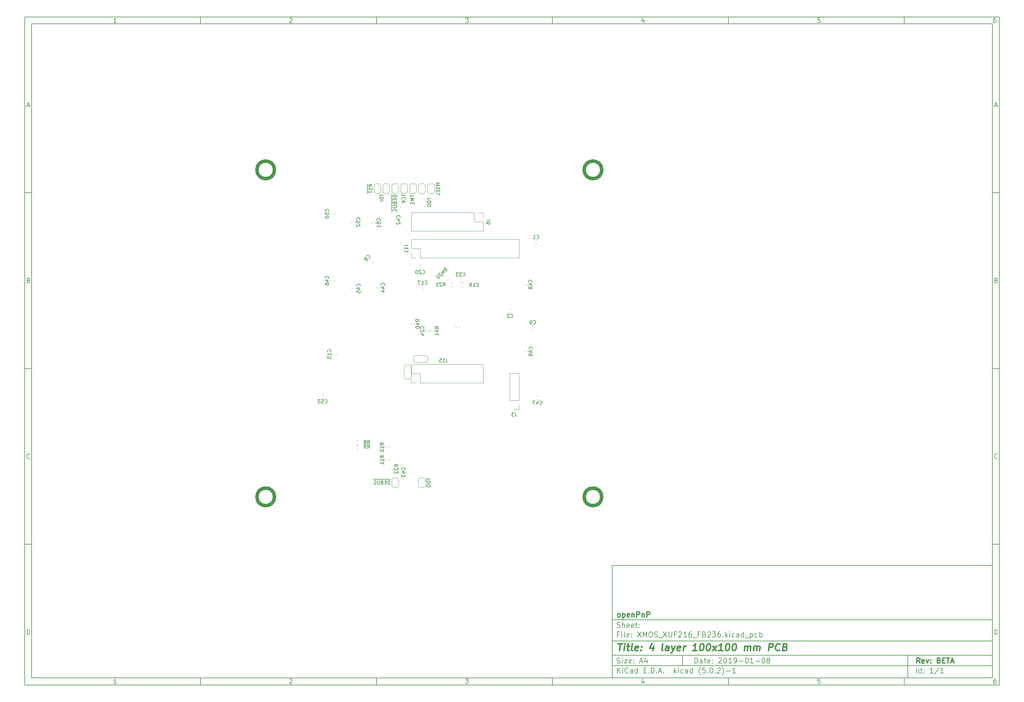
<source format=gbr>
G04 #@! TF.GenerationSoftware,KiCad,Pcbnew,(5.0.2)-1*
G04 #@! TF.CreationDate,2019-01-08T06:01:03+01:00*
G04 #@! TF.ProjectId,XMOS_XUF216_FB236,584d4f53-5f58-4554-9632-31365f464232,BETA*
G04 #@! TF.SameCoordinates,Original*
G04 #@! TF.FileFunction,Legend,Bot*
G04 #@! TF.FilePolarity,Positive*
%FSLAX46Y46*%
G04 Gerber Fmt 4.6, Leading zero omitted, Abs format (unit mm)*
G04 Created by KiCad (PCBNEW (5.0.2)-1) date 2019-01-08 06:01:03*
%MOMM*%
%LPD*%
G01*
G04 APERTURE LIST*
%ADD10C,0.100000*%
%ADD11C,0.150000*%
%ADD12C,0.300000*%
%ADD13C,0.400000*%
%ADD14C,1.000000*%
%ADD15C,0.120000*%
G04 APERTURE END LIST*
D10*
D11*
X177002200Y-166007200D02*
X177002200Y-198007200D01*
X285002200Y-198007200D01*
X285002200Y-166007200D01*
X177002200Y-166007200D01*
D10*
D11*
X10000000Y-10000000D02*
X10000000Y-200007200D01*
X287002200Y-200007200D01*
X287002200Y-10000000D01*
X10000000Y-10000000D01*
D10*
D11*
X12000000Y-12000000D02*
X12000000Y-198007200D01*
X285002200Y-198007200D01*
X285002200Y-12000000D01*
X12000000Y-12000000D01*
D10*
D11*
X60000000Y-12000000D02*
X60000000Y-10000000D01*
D10*
D11*
X110000000Y-12000000D02*
X110000000Y-10000000D01*
D10*
D11*
X160000000Y-12000000D02*
X160000000Y-10000000D01*
D10*
D11*
X210000000Y-12000000D02*
X210000000Y-10000000D01*
D10*
D11*
X260000000Y-12000000D02*
X260000000Y-10000000D01*
D10*
D11*
X36065476Y-11588095D02*
X35322619Y-11588095D01*
X35694047Y-11588095D02*
X35694047Y-10288095D01*
X35570238Y-10473809D01*
X35446428Y-10597619D01*
X35322619Y-10659523D01*
D10*
D11*
X85322619Y-10411904D02*
X85384523Y-10350000D01*
X85508333Y-10288095D01*
X85817857Y-10288095D01*
X85941666Y-10350000D01*
X86003571Y-10411904D01*
X86065476Y-10535714D01*
X86065476Y-10659523D01*
X86003571Y-10845238D01*
X85260714Y-11588095D01*
X86065476Y-11588095D01*
D10*
D11*
X135260714Y-10288095D02*
X136065476Y-10288095D01*
X135632142Y-10783333D01*
X135817857Y-10783333D01*
X135941666Y-10845238D01*
X136003571Y-10907142D01*
X136065476Y-11030952D01*
X136065476Y-11340476D01*
X136003571Y-11464285D01*
X135941666Y-11526190D01*
X135817857Y-11588095D01*
X135446428Y-11588095D01*
X135322619Y-11526190D01*
X135260714Y-11464285D01*
D10*
D11*
X185941666Y-10721428D02*
X185941666Y-11588095D01*
X185632142Y-10226190D02*
X185322619Y-11154761D01*
X186127380Y-11154761D01*
D10*
D11*
X236003571Y-10288095D02*
X235384523Y-10288095D01*
X235322619Y-10907142D01*
X235384523Y-10845238D01*
X235508333Y-10783333D01*
X235817857Y-10783333D01*
X235941666Y-10845238D01*
X236003571Y-10907142D01*
X236065476Y-11030952D01*
X236065476Y-11340476D01*
X236003571Y-11464285D01*
X235941666Y-11526190D01*
X235817857Y-11588095D01*
X235508333Y-11588095D01*
X235384523Y-11526190D01*
X235322619Y-11464285D01*
D10*
D11*
X285941666Y-10288095D02*
X285694047Y-10288095D01*
X285570238Y-10350000D01*
X285508333Y-10411904D01*
X285384523Y-10597619D01*
X285322619Y-10845238D01*
X285322619Y-11340476D01*
X285384523Y-11464285D01*
X285446428Y-11526190D01*
X285570238Y-11588095D01*
X285817857Y-11588095D01*
X285941666Y-11526190D01*
X286003571Y-11464285D01*
X286065476Y-11340476D01*
X286065476Y-11030952D01*
X286003571Y-10907142D01*
X285941666Y-10845238D01*
X285817857Y-10783333D01*
X285570238Y-10783333D01*
X285446428Y-10845238D01*
X285384523Y-10907142D01*
X285322619Y-11030952D01*
D10*
D11*
X60000000Y-198007200D02*
X60000000Y-200007200D01*
D10*
D11*
X110000000Y-198007200D02*
X110000000Y-200007200D01*
D10*
D11*
X160000000Y-198007200D02*
X160000000Y-200007200D01*
D10*
D11*
X210000000Y-198007200D02*
X210000000Y-200007200D01*
D10*
D11*
X260000000Y-198007200D02*
X260000000Y-200007200D01*
D10*
D11*
X36065476Y-199595295D02*
X35322619Y-199595295D01*
X35694047Y-199595295D02*
X35694047Y-198295295D01*
X35570238Y-198481009D01*
X35446428Y-198604819D01*
X35322619Y-198666723D01*
D10*
D11*
X85322619Y-198419104D02*
X85384523Y-198357200D01*
X85508333Y-198295295D01*
X85817857Y-198295295D01*
X85941666Y-198357200D01*
X86003571Y-198419104D01*
X86065476Y-198542914D01*
X86065476Y-198666723D01*
X86003571Y-198852438D01*
X85260714Y-199595295D01*
X86065476Y-199595295D01*
D10*
D11*
X135260714Y-198295295D02*
X136065476Y-198295295D01*
X135632142Y-198790533D01*
X135817857Y-198790533D01*
X135941666Y-198852438D01*
X136003571Y-198914342D01*
X136065476Y-199038152D01*
X136065476Y-199347676D01*
X136003571Y-199471485D01*
X135941666Y-199533390D01*
X135817857Y-199595295D01*
X135446428Y-199595295D01*
X135322619Y-199533390D01*
X135260714Y-199471485D01*
D10*
D11*
X185941666Y-198728628D02*
X185941666Y-199595295D01*
X185632142Y-198233390D02*
X185322619Y-199161961D01*
X186127380Y-199161961D01*
D10*
D11*
X236003571Y-198295295D02*
X235384523Y-198295295D01*
X235322619Y-198914342D01*
X235384523Y-198852438D01*
X235508333Y-198790533D01*
X235817857Y-198790533D01*
X235941666Y-198852438D01*
X236003571Y-198914342D01*
X236065476Y-199038152D01*
X236065476Y-199347676D01*
X236003571Y-199471485D01*
X235941666Y-199533390D01*
X235817857Y-199595295D01*
X235508333Y-199595295D01*
X235384523Y-199533390D01*
X235322619Y-199471485D01*
D10*
D11*
X285941666Y-198295295D02*
X285694047Y-198295295D01*
X285570238Y-198357200D01*
X285508333Y-198419104D01*
X285384523Y-198604819D01*
X285322619Y-198852438D01*
X285322619Y-199347676D01*
X285384523Y-199471485D01*
X285446428Y-199533390D01*
X285570238Y-199595295D01*
X285817857Y-199595295D01*
X285941666Y-199533390D01*
X286003571Y-199471485D01*
X286065476Y-199347676D01*
X286065476Y-199038152D01*
X286003571Y-198914342D01*
X285941666Y-198852438D01*
X285817857Y-198790533D01*
X285570238Y-198790533D01*
X285446428Y-198852438D01*
X285384523Y-198914342D01*
X285322619Y-199038152D01*
D10*
D11*
X10000000Y-60000000D02*
X12000000Y-60000000D01*
D10*
D11*
X10000000Y-110000000D02*
X12000000Y-110000000D01*
D10*
D11*
X10000000Y-160000000D02*
X12000000Y-160000000D01*
D10*
D11*
X10690476Y-35216666D02*
X11309523Y-35216666D01*
X10566666Y-35588095D02*
X11000000Y-34288095D01*
X11433333Y-35588095D01*
D10*
D11*
X11092857Y-84907142D02*
X11278571Y-84969047D01*
X11340476Y-85030952D01*
X11402380Y-85154761D01*
X11402380Y-85340476D01*
X11340476Y-85464285D01*
X11278571Y-85526190D01*
X11154761Y-85588095D01*
X10659523Y-85588095D01*
X10659523Y-84288095D01*
X11092857Y-84288095D01*
X11216666Y-84350000D01*
X11278571Y-84411904D01*
X11340476Y-84535714D01*
X11340476Y-84659523D01*
X11278571Y-84783333D01*
X11216666Y-84845238D01*
X11092857Y-84907142D01*
X10659523Y-84907142D01*
D10*
D11*
X11402380Y-135464285D02*
X11340476Y-135526190D01*
X11154761Y-135588095D01*
X11030952Y-135588095D01*
X10845238Y-135526190D01*
X10721428Y-135402380D01*
X10659523Y-135278571D01*
X10597619Y-135030952D01*
X10597619Y-134845238D01*
X10659523Y-134597619D01*
X10721428Y-134473809D01*
X10845238Y-134350000D01*
X11030952Y-134288095D01*
X11154761Y-134288095D01*
X11340476Y-134350000D01*
X11402380Y-134411904D01*
D10*
D11*
X10659523Y-185588095D02*
X10659523Y-184288095D01*
X10969047Y-184288095D01*
X11154761Y-184350000D01*
X11278571Y-184473809D01*
X11340476Y-184597619D01*
X11402380Y-184845238D01*
X11402380Y-185030952D01*
X11340476Y-185278571D01*
X11278571Y-185402380D01*
X11154761Y-185526190D01*
X10969047Y-185588095D01*
X10659523Y-185588095D01*
D10*
D11*
X287002200Y-60000000D02*
X285002200Y-60000000D01*
D10*
D11*
X287002200Y-110000000D02*
X285002200Y-110000000D01*
D10*
D11*
X287002200Y-160000000D02*
X285002200Y-160000000D01*
D10*
D11*
X285692676Y-35216666D02*
X286311723Y-35216666D01*
X285568866Y-35588095D02*
X286002200Y-34288095D01*
X286435533Y-35588095D01*
D10*
D11*
X286095057Y-84907142D02*
X286280771Y-84969047D01*
X286342676Y-85030952D01*
X286404580Y-85154761D01*
X286404580Y-85340476D01*
X286342676Y-85464285D01*
X286280771Y-85526190D01*
X286156961Y-85588095D01*
X285661723Y-85588095D01*
X285661723Y-84288095D01*
X286095057Y-84288095D01*
X286218866Y-84350000D01*
X286280771Y-84411904D01*
X286342676Y-84535714D01*
X286342676Y-84659523D01*
X286280771Y-84783333D01*
X286218866Y-84845238D01*
X286095057Y-84907142D01*
X285661723Y-84907142D01*
D10*
D11*
X286404580Y-135464285D02*
X286342676Y-135526190D01*
X286156961Y-135588095D01*
X286033152Y-135588095D01*
X285847438Y-135526190D01*
X285723628Y-135402380D01*
X285661723Y-135278571D01*
X285599819Y-135030952D01*
X285599819Y-134845238D01*
X285661723Y-134597619D01*
X285723628Y-134473809D01*
X285847438Y-134350000D01*
X286033152Y-134288095D01*
X286156961Y-134288095D01*
X286342676Y-134350000D01*
X286404580Y-134411904D01*
D10*
D11*
X285661723Y-185588095D02*
X285661723Y-184288095D01*
X285971247Y-184288095D01*
X286156961Y-184350000D01*
X286280771Y-184473809D01*
X286342676Y-184597619D01*
X286404580Y-184845238D01*
X286404580Y-185030952D01*
X286342676Y-185278571D01*
X286280771Y-185402380D01*
X286156961Y-185526190D01*
X285971247Y-185588095D01*
X285661723Y-185588095D01*
D10*
D11*
X200434342Y-193785771D02*
X200434342Y-192285771D01*
X200791485Y-192285771D01*
X201005771Y-192357200D01*
X201148628Y-192500057D01*
X201220057Y-192642914D01*
X201291485Y-192928628D01*
X201291485Y-193142914D01*
X201220057Y-193428628D01*
X201148628Y-193571485D01*
X201005771Y-193714342D01*
X200791485Y-193785771D01*
X200434342Y-193785771D01*
X202577200Y-193785771D02*
X202577200Y-193000057D01*
X202505771Y-192857200D01*
X202362914Y-192785771D01*
X202077200Y-192785771D01*
X201934342Y-192857200D01*
X202577200Y-193714342D02*
X202434342Y-193785771D01*
X202077200Y-193785771D01*
X201934342Y-193714342D01*
X201862914Y-193571485D01*
X201862914Y-193428628D01*
X201934342Y-193285771D01*
X202077200Y-193214342D01*
X202434342Y-193214342D01*
X202577200Y-193142914D01*
X203077200Y-192785771D02*
X203648628Y-192785771D01*
X203291485Y-192285771D02*
X203291485Y-193571485D01*
X203362914Y-193714342D01*
X203505771Y-193785771D01*
X203648628Y-193785771D01*
X204720057Y-193714342D02*
X204577200Y-193785771D01*
X204291485Y-193785771D01*
X204148628Y-193714342D01*
X204077200Y-193571485D01*
X204077200Y-193000057D01*
X204148628Y-192857200D01*
X204291485Y-192785771D01*
X204577200Y-192785771D01*
X204720057Y-192857200D01*
X204791485Y-193000057D01*
X204791485Y-193142914D01*
X204077200Y-193285771D01*
X205434342Y-193642914D02*
X205505771Y-193714342D01*
X205434342Y-193785771D01*
X205362914Y-193714342D01*
X205434342Y-193642914D01*
X205434342Y-193785771D01*
X205434342Y-192857200D02*
X205505771Y-192928628D01*
X205434342Y-193000057D01*
X205362914Y-192928628D01*
X205434342Y-192857200D01*
X205434342Y-193000057D01*
X207220057Y-192428628D02*
X207291485Y-192357200D01*
X207434342Y-192285771D01*
X207791485Y-192285771D01*
X207934342Y-192357200D01*
X208005771Y-192428628D01*
X208077200Y-192571485D01*
X208077200Y-192714342D01*
X208005771Y-192928628D01*
X207148628Y-193785771D01*
X208077200Y-193785771D01*
X209005771Y-192285771D02*
X209148628Y-192285771D01*
X209291485Y-192357200D01*
X209362914Y-192428628D01*
X209434342Y-192571485D01*
X209505771Y-192857200D01*
X209505771Y-193214342D01*
X209434342Y-193500057D01*
X209362914Y-193642914D01*
X209291485Y-193714342D01*
X209148628Y-193785771D01*
X209005771Y-193785771D01*
X208862914Y-193714342D01*
X208791485Y-193642914D01*
X208720057Y-193500057D01*
X208648628Y-193214342D01*
X208648628Y-192857200D01*
X208720057Y-192571485D01*
X208791485Y-192428628D01*
X208862914Y-192357200D01*
X209005771Y-192285771D01*
X210934342Y-193785771D02*
X210077200Y-193785771D01*
X210505771Y-193785771D02*
X210505771Y-192285771D01*
X210362914Y-192500057D01*
X210220057Y-192642914D01*
X210077200Y-192714342D01*
X211648628Y-193785771D02*
X211934342Y-193785771D01*
X212077200Y-193714342D01*
X212148628Y-193642914D01*
X212291485Y-193428628D01*
X212362914Y-193142914D01*
X212362914Y-192571485D01*
X212291485Y-192428628D01*
X212220057Y-192357200D01*
X212077200Y-192285771D01*
X211791485Y-192285771D01*
X211648628Y-192357200D01*
X211577200Y-192428628D01*
X211505771Y-192571485D01*
X211505771Y-192928628D01*
X211577200Y-193071485D01*
X211648628Y-193142914D01*
X211791485Y-193214342D01*
X212077200Y-193214342D01*
X212220057Y-193142914D01*
X212291485Y-193071485D01*
X212362914Y-192928628D01*
X213005771Y-193214342D02*
X214148628Y-193214342D01*
X215148628Y-192285771D02*
X215291485Y-192285771D01*
X215434342Y-192357200D01*
X215505771Y-192428628D01*
X215577200Y-192571485D01*
X215648628Y-192857200D01*
X215648628Y-193214342D01*
X215577200Y-193500057D01*
X215505771Y-193642914D01*
X215434342Y-193714342D01*
X215291485Y-193785771D01*
X215148628Y-193785771D01*
X215005771Y-193714342D01*
X214934342Y-193642914D01*
X214862914Y-193500057D01*
X214791485Y-193214342D01*
X214791485Y-192857200D01*
X214862914Y-192571485D01*
X214934342Y-192428628D01*
X215005771Y-192357200D01*
X215148628Y-192285771D01*
X217077200Y-193785771D02*
X216220057Y-193785771D01*
X216648628Y-193785771D02*
X216648628Y-192285771D01*
X216505771Y-192500057D01*
X216362914Y-192642914D01*
X216220057Y-192714342D01*
X217720057Y-193214342D02*
X218862914Y-193214342D01*
X219862914Y-192285771D02*
X220005771Y-192285771D01*
X220148628Y-192357200D01*
X220220057Y-192428628D01*
X220291485Y-192571485D01*
X220362914Y-192857200D01*
X220362914Y-193214342D01*
X220291485Y-193500057D01*
X220220057Y-193642914D01*
X220148628Y-193714342D01*
X220005771Y-193785771D01*
X219862914Y-193785771D01*
X219720057Y-193714342D01*
X219648628Y-193642914D01*
X219577200Y-193500057D01*
X219505771Y-193214342D01*
X219505771Y-192857200D01*
X219577200Y-192571485D01*
X219648628Y-192428628D01*
X219720057Y-192357200D01*
X219862914Y-192285771D01*
X221220057Y-192928628D02*
X221077200Y-192857200D01*
X221005771Y-192785771D01*
X220934342Y-192642914D01*
X220934342Y-192571485D01*
X221005771Y-192428628D01*
X221077200Y-192357200D01*
X221220057Y-192285771D01*
X221505771Y-192285771D01*
X221648628Y-192357200D01*
X221720057Y-192428628D01*
X221791485Y-192571485D01*
X221791485Y-192642914D01*
X221720057Y-192785771D01*
X221648628Y-192857200D01*
X221505771Y-192928628D01*
X221220057Y-192928628D01*
X221077200Y-193000057D01*
X221005771Y-193071485D01*
X220934342Y-193214342D01*
X220934342Y-193500057D01*
X221005771Y-193642914D01*
X221077200Y-193714342D01*
X221220057Y-193785771D01*
X221505771Y-193785771D01*
X221648628Y-193714342D01*
X221720057Y-193642914D01*
X221791485Y-193500057D01*
X221791485Y-193214342D01*
X221720057Y-193071485D01*
X221648628Y-193000057D01*
X221505771Y-192928628D01*
D10*
D11*
X177002200Y-194507200D02*
X285002200Y-194507200D01*
D10*
D11*
X178434342Y-196585771D02*
X178434342Y-195085771D01*
X179291485Y-196585771D02*
X178648628Y-195728628D01*
X179291485Y-195085771D02*
X178434342Y-195942914D01*
X179934342Y-196585771D02*
X179934342Y-195585771D01*
X179934342Y-195085771D02*
X179862914Y-195157200D01*
X179934342Y-195228628D01*
X180005771Y-195157200D01*
X179934342Y-195085771D01*
X179934342Y-195228628D01*
X181505771Y-196442914D02*
X181434342Y-196514342D01*
X181220057Y-196585771D01*
X181077200Y-196585771D01*
X180862914Y-196514342D01*
X180720057Y-196371485D01*
X180648628Y-196228628D01*
X180577200Y-195942914D01*
X180577200Y-195728628D01*
X180648628Y-195442914D01*
X180720057Y-195300057D01*
X180862914Y-195157200D01*
X181077200Y-195085771D01*
X181220057Y-195085771D01*
X181434342Y-195157200D01*
X181505771Y-195228628D01*
X182791485Y-196585771D02*
X182791485Y-195800057D01*
X182720057Y-195657200D01*
X182577200Y-195585771D01*
X182291485Y-195585771D01*
X182148628Y-195657200D01*
X182791485Y-196514342D02*
X182648628Y-196585771D01*
X182291485Y-196585771D01*
X182148628Y-196514342D01*
X182077200Y-196371485D01*
X182077200Y-196228628D01*
X182148628Y-196085771D01*
X182291485Y-196014342D01*
X182648628Y-196014342D01*
X182791485Y-195942914D01*
X184148628Y-196585771D02*
X184148628Y-195085771D01*
X184148628Y-196514342D02*
X184005771Y-196585771D01*
X183720057Y-196585771D01*
X183577200Y-196514342D01*
X183505771Y-196442914D01*
X183434342Y-196300057D01*
X183434342Y-195871485D01*
X183505771Y-195728628D01*
X183577200Y-195657200D01*
X183720057Y-195585771D01*
X184005771Y-195585771D01*
X184148628Y-195657200D01*
X186005771Y-195800057D02*
X186505771Y-195800057D01*
X186720057Y-196585771D02*
X186005771Y-196585771D01*
X186005771Y-195085771D01*
X186720057Y-195085771D01*
X187362914Y-196442914D02*
X187434342Y-196514342D01*
X187362914Y-196585771D01*
X187291485Y-196514342D01*
X187362914Y-196442914D01*
X187362914Y-196585771D01*
X188077200Y-196585771D02*
X188077200Y-195085771D01*
X188434342Y-195085771D01*
X188648628Y-195157200D01*
X188791485Y-195300057D01*
X188862914Y-195442914D01*
X188934342Y-195728628D01*
X188934342Y-195942914D01*
X188862914Y-196228628D01*
X188791485Y-196371485D01*
X188648628Y-196514342D01*
X188434342Y-196585771D01*
X188077200Y-196585771D01*
X189577200Y-196442914D02*
X189648628Y-196514342D01*
X189577200Y-196585771D01*
X189505771Y-196514342D01*
X189577200Y-196442914D01*
X189577200Y-196585771D01*
X190220057Y-196157200D02*
X190934342Y-196157200D01*
X190077200Y-196585771D02*
X190577200Y-195085771D01*
X191077200Y-196585771D01*
X191577200Y-196442914D02*
X191648628Y-196514342D01*
X191577200Y-196585771D01*
X191505771Y-196514342D01*
X191577200Y-196442914D01*
X191577200Y-196585771D01*
X194577200Y-196585771D02*
X194577200Y-195085771D01*
X194720057Y-196014342D02*
X195148628Y-196585771D01*
X195148628Y-195585771D02*
X194577200Y-196157200D01*
X195791485Y-196585771D02*
X195791485Y-195585771D01*
X195791485Y-195085771D02*
X195720057Y-195157200D01*
X195791485Y-195228628D01*
X195862914Y-195157200D01*
X195791485Y-195085771D01*
X195791485Y-195228628D01*
X197148628Y-196514342D02*
X197005771Y-196585771D01*
X196720057Y-196585771D01*
X196577200Y-196514342D01*
X196505771Y-196442914D01*
X196434342Y-196300057D01*
X196434342Y-195871485D01*
X196505771Y-195728628D01*
X196577200Y-195657200D01*
X196720057Y-195585771D01*
X197005771Y-195585771D01*
X197148628Y-195657200D01*
X198434342Y-196585771D02*
X198434342Y-195800057D01*
X198362914Y-195657200D01*
X198220057Y-195585771D01*
X197934342Y-195585771D01*
X197791485Y-195657200D01*
X198434342Y-196514342D02*
X198291485Y-196585771D01*
X197934342Y-196585771D01*
X197791485Y-196514342D01*
X197720057Y-196371485D01*
X197720057Y-196228628D01*
X197791485Y-196085771D01*
X197934342Y-196014342D01*
X198291485Y-196014342D01*
X198434342Y-195942914D01*
X199791485Y-196585771D02*
X199791485Y-195085771D01*
X199791485Y-196514342D02*
X199648628Y-196585771D01*
X199362914Y-196585771D01*
X199220057Y-196514342D01*
X199148628Y-196442914D01*
X199077200Y-196300057D01*
X199077200Y-195871485D01*
X199148628Y-195728628D01*
X199220057Y-195657200D01*
X199362914Y-195585771D01*
X199648628Y-195585771D01*
X199791485Y-195657200D01*
X202077200Y-197157200D02*
X202005771Y-197085771D01*
X201862914Y-196871485D01*
X201791485Y-196728628D01*
X201720057Y-196514342D01*
X201648628Y-196157200D01*
X201648628Y-195871485D01*
X201720057Y-195514342D01*
X201791485Y-195300057D01*
X201862914Y-195157200D01*
X202005771Y-194942914D01*
X202077200Y-194871485D01*
X203362914Y-195085771D02*
X202648628Y-195085771D01*
X202577200Y-195800057D01*
X202648628Y-195728628D01*
X202791485Y-195657200D01*
X203148628Y-195657200D01*
X203291485Y-195728628D01*
X203362914Y-195800057D01*
X203434342Y-195942914D01*
X203434342Y-196300057D01*
X203362914Y-196442914D01*
X203291485Y-196514342D01*
X203148628Y-196585771D01*
X202791485Y-196585771D01*
X202648628Y-196514342D01*
X202577200Y-196442914D01*
X204077200Y-196442914D02*
X204148628Y-196514342D01*
X204077200Y-196585771D01*
X204005771Y-196514342D01*
X204077200Y-196442914D01*
X204077200Y-196585771D01*
X205077200Y-195085771D02*
X205220057Y-195085771D01*
X205362914Y-195157200D01*
X205434342Y-195228628D01*
X205505771Y-195371485D01*
X205577200Y-195657200D01*
X205577200Y-196014342D01*
X205505771Y-196300057D01*
X205434342Y-196442914D01*
X205362914Y-196514342D01*
X205220057Y-196585771D01*
X205077200Y-196585771D01*
X204934342Y-196514342D01*
X204862914Y-196442914D01*
X204791485Y-196300057D01*
X204720057Y-196014342D01*
X204720057Y-195657200D01*
X204791485Y-195371485D01*
X204862914Y-195228628D01*
X204934342Y-195157200D01*
X205077200Y-195085771D01*
X206220057Y-196442914D02*
X206291485Y-196514342D01*
X206220057Y-196585771D01*
X206148628Y-196514342D01*
X206220057Y-196442914D01*
X206220057Y-196585771D01*
X206862914Y-195228628D02*
X206934342Y-195157200D01*
X207077200Y-195085771D01*
X207434342Y-195085771D01*
X207577200Y-195157200D01*
X207648628Y-195228628D01*
X207720057Y-195371485D01*
X207720057Y-195514342D01*
X207648628Y-195728628D01*
X206791485Y-196585771D01*
X207720057Y-196585771D01*
X208220057Y-197157200D02*
X208291485Y-197085771D01*
X208434342Y-196871485D01*
X208505771Y-196728628D01*
X208577200Y-196514342D01*
X208648628Y-196157200D01*
X208648628Y-195871485D01*
X208577200Y-195514342D01*
X208505771Y-195300057D01*
X208434342Y-195157200D01*
X208291485Y-194942914D01*
X208220057Y-194871485D01*
X209362914Y-196014342D02*
X210505771Y-196014342D01*
X212005771Y-196585771D02*
X211148628Y-196585771D01*
X211577200Y-196585771D02*
X211577200Y-195085771D01*
X211434342Y-195300057D01*
X211291485Y-195442914D01*
X211148628Y-195514342D01*
D10*
D11*
X177002200Y-191507200D02*
X285002200Y-191507200D01*
D10*
D12*
X264411485Y-193785771D02*
X263911485Y-193071485D01*
X263554342Y-193785771D02*
X263554342Y-192285771D01*
X264125771Y-192285771D01*
X264268628Y-192357200D01*
X264340057Y-192428628D01*
X264411485Y-192571485D01*
X264411485Y-192785771D01*
X264340057Y-192928628D01*
X264268628Y-193000057D01*
X264125771Y-193071485D01*
X263554342Y-193071485D01*
X265625771Y-193714342D02*
X265482914Y-193785771D01*
X265197200Y-193785771D01*
X265054342Y-193714342D01*
X264982914Y-193571485D01*
X264982914Y-193000057D01*
X265054342Y-192857200D01*
X265197200Y-192785771D01*
X265482914Y-192785771D01*
X265625771Y-192857200D01*
X265697200Y-193000057D01*
X265697200Y-193142914D01*
X264982914Y-193285771D01*
X266197200Y-192785771D02*
X266554342Y-193785771D01*
X266911485Y-192785771D01*
X267482914Y-193642914D02*
X267554342Y-193714342D01*
X267482914Y-193785771D01*
X267411485Y-193714342D01*
X267482914Y-193642914D01*
X267482914Y-193785771D01*
X267482914Y-192857200D02*
X267554342Y-192928628D01*
X267482914Y-193000057D01*
X267411485Y-192928628D01*
X267482914Y-192857200D01*
X267482914Y-193000057D01*
X269840057Y-193000057D02*
X270054342Y-193071485D01*
X270125771Y-193142914D01*
X270197200Y-193285771D01*
X270197200Y-193500057D01*
X270125771Y-193642914D01*
X270054342Y-193714342D01*
X269911485Y-193785771D01*
X269340057Y-193785771D01*
X269340057Y-192285771D01*
X269840057Y-192285771D01*
X269982914Y-192357200D01*
X270054342Y-192428628D01*
X270125771Y-192571485D01*
X270125771Y-192714342D01*
X270054342Y-192857200D01*
X269982914Y-192928628D01*
X269840057Y-193000057D01*
X269340057Y-193000057D01*
X270840057Y-193000057D02*
X271340057Y-193000057D01*
X271554342Y-193785771D02*
X270840057Y-193785771D01*
X270840057Y-192285771D01*
X271554342Y-192285771D01*
X271982914Y-192285771D02*
X272840057Y-192285771D01*
X272411485Y-193785771D02*
X272411485Y-192285771D01*
X273268628Y-193357200D02*
X273982914Y-193357200D01*
X273125771Y-193785771D02*
X273625771Y-192285771D01*
X274125771Y-193785771D01*
D10*
D11*
X178362914Y-193714342D02*
X178577200Y-193785771D01*
X178934342Y-193785771D01*
X179077200Y-193714342D01*
X179148628Y-193642914D01*
X179220057Y-193500057D01*
X179220057Y-193357200D01*
X179148628Y-193214342D01*
X179077200Y-193142914D01*
X178934342Y-193071485D01*
X178648628Y-193000057D01*
X178505771Y-192928628D01*
X178434342Y-192857200D01*
X178362914Y-192714342D01*
X178362914Y-192571485D01*
X178434342Y-192428628D01*
X178505771Y-192357200D01*
X178648628Y-192285771D01*
X179005771Y-192285771D01*
X179220057Y-192357200D01*
X179862914Y-193785771D02*
X179862914Y-192785771D01*
X179862914Y-192285771D02*
X179791485Y-192357200D01*
X179862914Y-192428628D01*
X179934342Y-192357200D01*
X179862914Y-192285771D01*
X179862914Y-192428628D01*
X180434342Y-192785771D02*
X181220057Y-192785771D01*
X180434342Y-193785771D01*
X181220057Y-193785771D01*
X182362914Y-193714342D02*
X182220057Y-193785771D01*
X181934342Y-193785771D01*
X181791485Y-193714342D01*
X181720057Y-193571485D01*
X181720057Y-193000057D01*
X181791485Y-192857200D01*
X181934342Y-192785771D01*
X182220057Y-192785771D01*
X182362914Y-192857200D01*
X182434342Y-193000057D01*
X182434342Y-193142914D01*
X181720057Y-193285771D01*
X183077200Y-193642914D02*
X183148628Y-193714342D01*
X183077200Y-193785771D01*
X183005771Y-193714342D01*
X183077200Y-193642914D01*
X183077200Y-193785771D01*
X183077200Y-192857200D02*
X183148628Y-192928628D01*
X183077200Y-193000057D01*
X183005771Y-192928628D01*
X183077200Y-192857200D01*
X183077200Y-193000057D01*
X184862914Y-193357200D02*
X185577200Y-193357200D01*
X184720057Y-193785771D02*
X185220057Y-192285771D01*
X185720057Y-193785771D01*
X186862914Y-192785771D02*
X186862914Y-193785771D01*
X186505771Y-192214342D02*
X186148628Y-193285771D01*
X187077200Y-193285771D01*
D10*
D11*
X263434342Y-196585771D02*
X263434342Y-195085771D01*
X264791485Y-196585771D02*
X264791485Y-195085771D01*
X264791485Y-196514342D02*
X264648628Y-196585771D01*
X264362914Y-196585771D01*
X264220057Y-196514342D01*
X264148628Y-196442914D01*
X264077200Y-196300057D01*
X264077200Y-195871485D01*
X264148628Y-195728628D01*
X264220057Y-195657200D01*
X264362914Y-195585771D01*
X264648628Y-195585771D01*
X264791485Y-195657200D01*
X265505771Y-196442914D02*
X265577200Y-196514342D01*
X265505771Y-196585771D01*
X265434342Y-196514342D01*
X265505771Y-196442914D01*
X265505771Y-196585771D01*
X265505771Y-195657200D02*
X265577200Y-195728628D01*
X265505771Y-195800057D01*
X265434342Y-195728628D01*
X265505771Y-195657200D01*
X265505771Y-195800057D01*
X268148628Y-196585771D02*
X267291485Y-196585771D01*
X267720057Y-196585771D02*
X267720057Y-195085771D01*
X267577200Y-195300057D01*
X267434342Y-195442914D01*
X267291485Y-195514342D01*
X269862914Y-195014342D02*
X268577200Y-196942914D01*
X271148628Y-196585771D02*
X270291485Y-196585771D01*
X270720057Y-196585771D02*
X270720057Y-195085771D01*
X270577200Y-195300057D01*
X270434342Y-195442914D01*
X270291485Y-195514342D01*
D10*
D11*
X177002200Y-187507200D02*
X285002200Y-187507200D01*
D10*
D13*
X178714580Y-188211961D02*
X179857438Y-188211961D01*
X179036009Y-190211961D02*
X179286009Y-188211961D01*
X180274104Y-190211961D02*
X180440771Y-188878628D01*
X180524104Y-188211961D02*
X180416961Y-188307200D01*
X180500295Y-188402438D01*
X180607438Y-188307200D01*
X180524104Y-188211961D01*
X180500295Y-188402438D01*
X181107438Y-188878628D02*
X181869342Y-188878628D01*
X181476485Y-188211961D02*
X181262200Y-189926247D01*
X181333628Y-190116723D01*
X181512200Y-190211961D01*
X181702676Y-190211961D01*
X182655057Y-190211961D02*
X182476485Y-190116723D01*
X182405057Y-189926247D01*
X182619342Y-188211961D01*
X184190771Y-190116723D02*
X183988390Y-190211961D01*
X183607438Y-190211961D01*
X183428866Y-190116723D01*
X183357438Y-189926247D01*
X183452676Y-189164342D01*
X183571723Y-188973866D01*
X183774104Y-188878628D01*
X184155057Y-188878628D01*
X184333628Y-188973866D01*
X184405057Y-189164342D01*
X184381247Y-189354819D01*
X183405057Y-189545295D01*
X185155057Y-190021485D02*
X185238390Y-190116723D01*
X185131247Y-190211961D01*
X185047914Y-190116723D01*
X185155057Y-190021485D01*
X185131247Y-190211961D01*
X185286009Y-188973866D02*
X185369342Y-189069104D01*
X185262200Y-189164342D01*
X185178866Y-189069104D01*
X185286009Y-188973866D01*
X185262200Y-189164342D01*
X188631247Y-188878628D02*
X188464580Y-190211961D01*
X188250295Y-188116723D02*
X187595533Y-189545295D01*
X188833628Y-189545295D01*
X191321723Y-190211961D02*
X191143152Y-190116723D01*
X191071723Y-189926247D01*
X191286009Y-188211961D01*
X192940771Y-190211961D02*
X193071723Y-189164342D01*
X193000295Y-188973866D01*
X192821723Y-188878628D01*
X192440771Y-188878628D01*
X192238390Y-188973866D01*
X192952676Y-190116723D02*
X192750295Y-190211961D01*
X192274104Y-190211961D01*
X192095533Y-190116723D01*
X192024104Y-189926247D01*
X192047914Y-189735771D01*
X192166961Y-189545295D01*
X192369342Y-189450057D01*
X192845533Y-189450057D01*
X193047914Y-189354819D01*
X193869342Y-188878628D02*
X194178866Y-190211961D01*
X194821723Y-188878628D02*
X194178866Y-190211961D01*
X193928866Y-190688152D01*
X193821723Y-190783390D01*
X193619342Y-190878628D01*
X196190771Y-190116723D02*
X195988390Y-190211961D01*
X195607438Y-190211961D01*
X195428866Y-190116723D01*
X195357438Y-189926247D01*
X195452676Y-189164342D01*
X195571723Y-188973866D01*
X195774104Y-188878628D01*
X196155057Y-188878628D01*
X196333628Y-188973866D01*
X196405057Y-189164342D01*
X196381247Y-189354819D01*
X195405057Y-189545295D01*
X197131247Y-190211961D02*
X197297914Y-188878628D01*
X197250295Y-189259580D02*
X197369342Y-189069104D01*
X197476485Y-188973866D01*
X197678866Y-188878628D01*
X197869342Y-188878628D01*
X200940771Y-190211961D02*
X199797914Y-190211961D01*
X200369342Y-190211961D02*
X200619342Y-188211961D01*
X200393152Y-188497676D01*
X200178866Y-188688152D01*
X199976485Y-188783390D01*
X202428866Y-188211961D02*
X202619342Y-188211961D01*
X202797914Y-188307200D01*
X202881247Y-188402438D01*
X202952676Y-188592914D01*
X203000295Y-188973866D01*
X202940771Y-189450057D01*
X202797914Y-189831009D01*
X202678866Y-190021485D01*
X202571723Y-190116723D01*
X202369342Y-190211961D01*
X202178866Y-190211961D01*
X202000295Y-190116723D01*
X201916961Y-190021485D01*
X201845533Y-189831009D01*
X201797914Y-189450057D01*
X201857438Y-188973866D01*
X202000295Y-188592914D01*
X202119342Y-188402438D01*
X202226485Y-188307200D01*
X202428866Y-188211961D01*
X204333628Y-188211961D02*
X204524104Y-188211961D01*
X204702676Y-188307200D01*
X204786009Y-188402438D01*
X204857438Y-188592914D01*
X204905057Y-188973866D01*
X204845533Y-189450057D01*
X204702676Y-189831009D01*
X204583628Y-190021485D01*
X204476485Y-190116723D01*
X204274104Y-190211961D01*
X204083628Y-190211961D01*
X203905057Y-190116723D01*
X203821723Y-190021485D01*
X203750295Y-189831009D01*
X203702676Y-189450057D01*
X203762200Y-188973866D01*
X203905057Y-188592914D01*
X204024104Y-188402438D01*
X204131247Y-188307200D01*
X204333628Y-188211961D01*
X205416961Y-190211961D02*
X206631247Y-188878628D01*
X205583628Y-188878628D02*
X206464580Y-190211961D01*
X208274104Y-190211961D02*
X207131247Y-190211961D01*
X207702676Y-190211961D02*
X207952676Y-188211961D01*
X207726485Y-188497676D01*
X207512200Y-188688152D01*
X207309819Y-188783390D01*
X209762200Y-188211961D02*
X209952676Y-188211961D01*
X210131247Y-188307200D01*
X210214580Y-188402438D01*
X210286009Y-188592914D01*
X210333628Y-188973866D01*
X210274104Y-189450057D01*
X210131247Y-189831009D01*
X210012200Y-190021485D01*
X209905057Y-190116723D01*
X209702676Y-190211961D01*
X209512200Y-190211961D01*
X209333628Y-190116723D01*
X209250295Y-190021485D01*
X209178866Y-189831009D01*
X209131247Y-189450057D01*
X209190771Y-188973866D01*
X209333628Y-188592914D01*
X209452676Y-188402438D01*
X209559819Y-188307200D01*
X209762200Y-188211961D01*
X211666961Y-188211961D02*
X211857438Y-188211961D01*
X212036009Y-188307200D01*
X212119342Y-188402438D01*
X212190771Y-188592914D01*
X212238390Y-188973866D01*
X212178866Y-189450057D01*
X212036009Y-189831009D01*
X211916961Y-190021485D01*
X211809819Y-190116723D01*
X211607438Y-190211961D01*
X211416961Y-190211961D01*
X211238390Y-190116723D01*
X211155057Y-190021485D01*
X211083628Y-189831009D01*
X211036009Y-189450057D01*
X211095533Y-188973866D01*
X211238390Y-188592914D01*
X211357438Y-188402438D01*
X211464580Y-188307200D01*
X211666961Y-188211961D01*
X214464580Y-190211961D02*
X214631247Y-188878628D01*
X214607438Y-189069104D02*
X214714580Y-188973866D01*
X214916961Y-188878628D01*
X215202676Y-188878628D01*
X215381247Y-188973866D01*
X215452676Y-189164342D01*
X215321723Y-190211961D01*
X215452676Y-189164342D02*
X215571723Y-188973866D01*
X215774104Y-188878628D01*
X216059819Y-188878628D01*
X216238390Y-188973866D01*
X216309819Y-189164342D01*
X216178866Y-190211961D01*
X217131247Y-190211961D02*
X217297914Y-188878628D01*
X217274104Y-189069104D02*
X217381247Y-188973866D01*
X217583628Y-188878628D01*
X217869342Y-188878628D01*
X218047914Y-188973866D01*
X218119342Y-189164342D01*
X217988390Y-190211961D01*
X218119342Y-189164342D02*
X218238390Y-188973866D01*
X218440771Y-188878628D01*
X218726485Y-188878628D01*
X218905057Y-188973866D01*
X218976485Y-189164342D01*
X218845533Y-190211961D01*
X221321723Y-190211961D02*
X221571723Y-188211961D01*
X222333628Y-188211961D01*
X222512199Y-188307200D01*
X222595533Y-188402438D01*
X222666961Y-188592914D01*
X222631247Y-188878628D01*
X222512199Y-189069104D01*
X222405057Y-189164342D01*
X222202676Y-189259580D01*
X221440771Y-189259580D01*
X224488390Y-190021485D02*
X224381247Y-190116723D01*
X224083628Y-190211961D01*
X223893152Y-190211961D01*
X223619342Y-190116723D01*
X223452676Y-189926247D01*
X223381247Y-189735771D01*
X223333628Y-189354819D01*
X223369342Y-189069104D01*
X223512200Y-188688152D01*
X223631247Y-188497676D01*
X223845533Y-188307200D01*
X224143152Y-188211961D01*
X224333628Y-188211961D01*
X224607438Y-188307200D01*
X224690771Y-188402438D01*
X226119342Y-189164342D02*
X226393152Y-189259580D01*
X226476485Y-189354819D01*
X226547914Y-189545295D01*
X226512199Y-189831009D01*
X226393152Y-190021485D01*
X226286009Y-190116723D01*
X226083628Y-190211961D01*
X225321723Y-190211961D01*
X225571723Y-188211961D01*
X226238390Y-188211961D01*
X226416961Y-188307200D01*
X226500295Y-188402438D01*
X226571723Y-188592914D01*
X226547914Y-188783390D01*
X226428866Y-188973866D01*
X226321723Y-189069104D01*
X226119342Y-189164342D01*
X225452676Y-189164342D01*
D10*
D11*
X178934342Y-185600057D02*
X178434342Y-185600057D01*
X178434342Y-186385771D02*
X178434342Y-184885771D01*
X179148628Y-184885771D01*
X179720057Y-186385771D02*
X179720057Y-185385771D01*
X179720057Y-184885771D02*
X179648628Y-184957200D01*
X179720057Y-185028628D01*
X179791485Y-184957200D01*
X179720057Y-184885771D01*
X179720057Y-185028628D01*
X180648628Y-186385771D02*
X180505771Y-186314342D01*
X180434342Y-186171485D01*
X180434342Y-184885771D01*
X181791485Y-186314342D02*
X181648628Y-186385771D01*
X181362914Y-186385771D01*
X181220057Y-186314342D01*
X181148628Y-186171485D01*
X181148628Y-185600057D01*
X181220057Y-185457200D01*
X181362914Y-185385771D01*
X181648628Y-185385771D01*
X181791485Y-185457200D01*
X181862914Y-185600057D01*
X181862914Y-185742914D01*
X181148628Y-185885771D01*
X182505771Y-186242914D02*
X182577200Y-186314342D01*
X182505771Y-186385771D01*
X182434342Y-186314342D01*
X182505771Y-186242914D01*
X182505771Y-186385771D01*
X182505771Y-185457200D02*
X182577200Y-185528628D01*
X182505771Y-185600057D01*
X182434342Y-185528628D01*
X182505771Y-185457200D01*
X182505771Y-185600057D01*
X184220057Y-184885771D02*
X185220057Y-186385771D01*
X185220057Y-184885771D02*
X184220057Y-186385771D01*
X185791485Y-186385771D02*
X185791485Y-184885771D01*
X186291485Y-185957200D01*
X186791485Y-184885771D01*
X186791485Y-186385771D01*
X187791485Y-184885771D02*
X188077200Y-184885771D01*
X188220057Y-184957200D01*
X188362914Y-185100057D01*
X188434342Y-185385771D01*
X188434342Y-185885771D01*
X188362914Y-186171485D01*
X188220057Y-186314342D01*
X188077200Y-186385771D01*
X187791485Y-186385771D01*
X187648628Y-186314342D01*
X187505771Y-186171485D01*
X187434342Y-185885771D01*
X187434342Y-185385771D01*
X187505771Y-185100057D01*
X187648628Y-184957200D01*
X187791485Y-184885771D01*
X189005771Y-186314342D02*
X189220057Y-186385771D01*
X189577200Y-186385771D01*
X189720057Y-186314342D01*
X189791485Y-186242914D01*
X189862914Y-186100057D01*
X189862914Y-185957200D01*
X189791485Y-185814342D01*
X189720057Y-185742914D01*
X189577200Y-185671485D01*
X189291485Y-185600057D01*
X189148628Y-185528628D01*
X189077200Y-185457200D01*
X189005771Y-185314342D01*
X189005771Y-185171485D01*
X189077200Y-185028628D01*
X189148628Y-184957200D01*
X189291485Y-184885771D01*
X189648628Y-184885771D01*
X189862914Y-184957200D01*
X190148628Y-186528628D02*
X191291485Y-186528628D01*
X191505771Y-184885771D02*
X192505771Y-186385771D01*
X192505771Y-184885771D02*
X191505771Y-186385771D01*
X193077200Y-184885771D02*
X193077200Y-186100057D01*
X193148628Y-186242914D01*
X193220057Y-186314342D01*
X193362914Y-186385771D01*
X193648628Y-186385771D01*
X193791485Y-186314342D01*
X193862914Y-186242914D01*
X193934342Y-186100057D01*
X193934342Y-184885771D01*
X195148628Y-185600057D02*
X194648628Y-185600057D01*
X194648628Y-186385771D02*
X194648628Y-184885771D01*
X195362914Y-184885771D01*
X195862914Y-185028628D02*
X195934342Y-184957200D01*
X196077200Y-184885771D01*
X196434342Y-184885771D01*
X196577200Y-184957200D01*
X196648628Y-185028628D01*
X196720057Y-185171485D01*
X196720057Y-185314342D01*
X196648628Y-185528628D01*
X195791485Y-186385771D01*
X196720057Y-186385771D01*
X198148628Y-186385771D02*
X197291485Y-186385771D01*
X197720057Y-186385771D02*
X197720057Y-184885771D01*
X197577200Y-185100057D01*
X197434342Y-185242914D01*
X197291485Y-185314342D01*
X199434342Y-184885771D02*
X199148628Y-184885771D01*
X199005771Y-184957200D01*
X198934342Y-185028628D01*
X198791485Y-185242914D01*
X198720057Y-185528628D01*
X198720057Y-186100057D01*
X198791485Y-186242914D01*
X198862914Y-186314342D01*
X199005771Y-186385771D01*
X199291485Y-186385771D01*
X199434342Y-186314342D01*
X199505771Y-186242914D01*
X199577200Y-186100057D01*
X199577200Y-185742914D01*
X199505771Y-185600057D01*
X199434342Y-185528628D01*
X199291485Y-185457200D01*
X199005771Y-185457200D01*
X198862914Y-185528628D01*
X198791485Y-185600057D01*
X198720057Y-185742914D01*
X199862914Y-186528628D02*
X201005771Y-186528628D01*
X201862914Y-185600057D02*
X201362914Y-185600057D01*
X201362914Y-186385771D02*
X201362914Y-184885771D01*
X202077200Y-184885771D01*
X203148628Y-185600057D02*
X203362914Y-185671485D01*
X203434342Y-185742914D01*
X203505771Y-185885771D01*
X203505771Y-186100057D01*
X203434342Y-186242914D01*
X203362914Y-186314342D01*
X203220057Y-186385771D01*
X202648628Y-186385771D01*
X202648628Y-184885771D01*
X203148628Y-184885771D01*
X203291485Y-184957200D01*
X203362914Y-185028628D01*
X203434342Y-185171485D01*
X203434342Y-185314342D01*
X203362914Y-185457200D01*
X203291485Y-185528628D01*
X203148628Y-185600057D01*
X202648628Y-185600057D01*
X204077200Y-185028628D02*
X204148628Y-184957200D01*
X204291485Y-184885771D01*
X204648628Y-184885771D01*
X204791485Y-184957200D01*
X204862914Y-185028628D01*
X204934342Y-185171485D01*
X204934342Y-185314342D01*
X204862914Y-185528628D01*
X204005771Y-186385771D01*
X204934342Y-186385771D01*
X205434342Y-184885771D02*
X206362914Y-184885771D01*
X205862914Y-185457200D01*
X206077200Y-185457200D01*
X206220057Y-185528628D01*
X206291485Y-185600057D01*
X206362914Y-185742914D01*
X206362914Y-186100057D01*
X206291485Y-186242914D01*
X206220057Y-186314342D01*
X206077200Y-186385771D01*
X205648628Y-186385771D01*
X205505771Y-186314342D01*
X205434342Y-186242914D01*
X207648628Y-184885771D02*
X207362914Y-184885771D01*
X207220057Y-184957200D01*
X207148628Y-185028628D01*
X207005771Y-185242914D01*
X206934342Y-185528628D01*
X206934342Y-186100057D01*
X207005771Y-186242914D01*
X207077200Y-186314342D01*
X207220057Y-186385771D01*
X207505771Y-186385771D01*
X207648628Y-186314342D01*
X207720057Y-186242914D01*
X207791485Y-186100057D01*
X207791485Y-185742914D01*
X207720057Y-185600057D01*
X207648628Y-185528628D01*
X207505771Y-185457200D01*
X207220057Y-185457200D01*
X207077200Y-185528628D01*
X207005771Y-185600057D01*
X206934342Y-185742914D01*
X208434342Y-186242914D02*
X208505771Y-186314342D01*
X208434342Y-186385771D01*
X208362914Y-186314342D01*
X208434342Y-186242914D01*
X208434342Y-186385771D01*
X209148628Y-186385771D02*
X209148628Y-184885771D01*
X209291485Y-185814342D02*
X209720057Y-186385771D01*
X209720057Y-185385771D02*
X209148628Y-185957200D01*
X210362914Y-186385771D02*
X210362914Y-185385771D01*
X210362914Y-184885771D02*
X210291485Y-184957200D01*
X210362914Y-185028628D01*
X210434342Y-184957200D01*
X210362914Y-184885771D01*
X210362914Y-185028628D01*
X211720057Y-186314342D02*
X211577200Y-186385771D01*
X211291485Y-186385771D01*
X211148628Y-186314342D01*
X211077200Y-186242914D01*
X211005771Y-186100057D01*
X211005771Y-185671485D01*
X211077200Y-185528628D01*
X211148628Y-185457200D01*
X211291485Y-185385771D01*
X211577200Y-185385771D01*
X211720057Y-185457200D01*
X213005771Y-186385771D02*
X213005771Y-185600057D01*
X212934342Y-185457200D01*
X212791485Y-185385771D01*
X212505771Y-185385771D01*
X212362914Y-185457200D01*
X213005771Y-186314342D02*
X212862914Y-186385771D01*
X212505771Y-186385771D01*
X212362914Y-186314342D01*
X212291485Y-186171485D01*
X212291485Y-186028628D01*
X212362914Y-185885771D01*
X212505771Y-185814342D01*
X212862914Y-185814342D01*
X213005771Y-185742914D01*
X214362914Y-186385771D02*
X214362914Y-184885771D01*
X214362914Y-186314342D02*
X214220057Y-186385771D01*
X213934342Y-186385771D01*
X213791485Y-186314342D01*
X213720057Y-186242914D01*
X213648628Y-186100057D01*
X213648628Y-185671485D01*
X213720057Y-185528628D01*
X213791485Y-185457200D01*
X213934342Y-185385771D01*
X214220057Y-185385771D01*
X214362914Y-185457200D01*
X214720057Y-186528628D02*
X215862914Y-186528628D01*
X216220057Y-185385771D02*
X216220057Y-186885771D01*
X216220057Y-185457200D02*
X216362914Y-185385771D01*
X216648628Y-185385771D01*
X216791485Y-185457200D01*
X216862914Y-185528628D01*
X216934342Y-185671485D01*
X216934342Y-186100057D01*
X216862914Y-186242914D01*
X216791485Y-186314342D01*
X216648628Y-186385771D01*
X216362914Y-186385771D01*
X216220057Y-186314342D01*
X218220057Y-186314342D02*
X218077200Y-186385771D01*
X217791485Y-186385771D01*
X217648628Y-186314342D01*
X217577200Y-186242914D01*
X217505771Y-186100057D01*
X217505771Y-185671485D01*
X217577200Y-185528628D01*
X217648628Y-185457200D01*
X217791485Y-185385771D01*
X218077200Y-185385771D01*
X218220057Y-185457200D01*
X218862914Y-186385771D02*
X218862914Y-184885771D01*
X218862914Y-185457200D02*
X219005771Y-185385771D01*
X219291485Y-185385771D01*
X219434342Y-185457200D01*
X219505771Y-185528628D01*
X219577200Y-185671485D01*
X219577200Y-186100057D01*
X219505771Y-186242914D01*
X219434342Y-186314342D01*
X219291485Y-186385771D01*
X219005771Y-186385771D01*
X218862914Y-186314342D01*
D10*
D11*
X177002200Y-181507200D02*
X285002200Y-181507200D01*
D10*
D11*
X178362914Y-183614342D02*
X178577200Y-183685771D01*
X178934342Y-183685771D01*
X179077200Y-183614342D01*
X179148628Y-183542914D01*
X179220057Y-183400057D01*
X179220057Y-183257200D01*
X179148628Y-183114342D01*
X179077200Y-183042914D01*
X178934342Y-182971485D01*
X178648628Y-182900057D01*
X178505771Y-182828628D01*
X178434342Y-182757200D01*
X178362914Y-182614342D01*
X178362914Y-182471485D01*
X178434342Y-182328628D01*
X178505771Y-182257200D01*
X178648628Y-182185771D01*
X179005771Y-182185771D01*
X179220057Y-182257200D01*
X179862914Y-183685771D02*
X179862914Y-182185771D01*
X180505771Y-183685771D02*
X180505771Y-182900057D01*
X180434342Y-182757200D01*
X180291485Y-182685771D01*
X180077200Y-182685771D01*
X179934342Y-182757200D01*
X179862914Y-182828628D01*
X181791485Y-183614342D02*
X181648628Y-183685771D01*
X181362914Y-183685771D01*
X181220057Y-183614342D01*
X181148628Y-183471485D01*
X181148628Y-182900057D01*
X181220057Y-182757200D01*
X181362914Y-182685771D01*
X181648628Y-182685771D01*
X181791485Y-182757200D01*
X181862914Y-182900057D01*
X181862914Y-183042914D01*
X181148628Y-183185771D01*
X183077200Y-183614342D02*
X182934342Y-183685771D01*
X182648628Y-183685771D01*
X182505771Y-183614342D01*
X182434342Y-183471485D01*
X182434342Y-182900057D01*
X182505771Y-182757200D01*
X182648628Y-182685771D01*
X182934342Y-182685771D01*
X183077200Y-182757200D01*
X183148628Y-182900057D01*
X183148628Y-183042914D01*
X182434342Y-183185771D01*
X183577200Y-182685771D02*
X184148628Y-182685771D01*
X183791485Y-182185771D02*
X183791485Y-183471485D01*
X183862914Y-183614342D01*
X184005771Y-183685771D01*
X184148628Y-183685771D01*
X184648628Y-183542914D02*
X184720057Y-183614342D01*
X184648628Y-183685771D01*
X184577200Y-183614342D01*
X184648628Y-183542914D01*
X184648628Y-183685771D01*
X184648628Y-182757200D02*
X184720057Y-182828628D01*
X184648628Y-182900057D01*
X184577200Y-182828628D01*
X184648628Y-182757200D01*
X184648628Y-182900057D01*
D10*
D12*
X178768628Y-180685771D02*
X178625771Y-180614342D01*
X178554342Y-180542914D01*
X178482914Y-180400057D01*
X178482914Y-179971485D01*
X178554342Y-179828628D01*
X178625771Y-179757200D01*
X178768628Y-179685771D01*
X178982914Y-179685771D01*
X179125771Y-179757200D01*
X179197200Y-179828628D01*
X179268628Y-179971485D01*
X179268628Y-180400057D01*
X179197200Y-180542914D01*
X179125771Y-180614342D01*
X178982914Y-180685771D01*
X178768628Y-180685771D01*
X179911485Y-179685771D02*
X179911485Y-181185771D01*
X179911485Y-179757200D02*
X180054342Y-179685771D01*
X180340057Y-179685771D01*
X180482914Y-179757200D01*
X180554342Y-179828628D01*
X180625771Y-179971485D01*
X180625771Y-180400057D01*
X180554342Y-180542914D01*
X180482914Y-180614342D01*
X180340057Y-180685771D01*
X180054342Y-180685771D01*
X179911485Y-180614342D01*
X181840057Y-180614342D02*
X181697200Y-180685771D01*
X181411485Y-180685771D01*
X181268628Y-180614342D01*
X181197200Y-180471485D01*
X181197200Y-179900057D01*
X181268628Y-179757200D01*
X181411485Y-179685771D01*
X181697200Y-179685771D01*
X181840057Y-179757200D01*
X181911485Y-179900057D01*
X181911485Y-180042914D01*
X181197200Y-180185771D01*
X182554342Y-179685771D02*
X182554342Y-180685771D01*
X182554342Y-179828628D02*
X182625771Y-179757200D01*
X182768628Y-179685771D01*
X182982914Y-179685771D01*
X183125771Y-179757200D01*
X183197200Y-179900057D01*
X183197200Y-180685771D01*
X183911485Y-180685771D02*
X183911485Y-179185771D01*
X184482914Y-179185771D01*
X184625771Y-179257200D01*
X184697200Y-179328628D01*
X184768628Y-179471485D01*
X184768628Y-179685771D01*
X184697200Y-179828628D01*
X184625771Y-179900057D01*
X184482914Y-179971485D01*
X183911485Y-179971485D01*
X185411485Y-179685771D02*
X185411485Y-180685771D01*
X185411485Y-179828628D02*
X185482914Y-179757200D01*
X185625771Y-179685771D01*
X185840057Y-179685771D01*
X185982914Y-179757200D01*
X186054342Y-179900057D01*
X186054342Y-180685771D01*
X186768628Y-180685771D02*
X186768628Y-179185771D01*
X187340057Y-179185771D01*
X187482914Y-179257200D01*
X187554342Y-179328628D01*
X187625771Y-179471485D01*
X187625771Y-179685771D01*
X187554342Y-179828628D01*
X187482914Y-179900057D01*
X187340057Y-179971485D01*
X186768628Y-179971485D01*
D10*
D11*
X197002200Y-191507200D02*
X197002200Y-194507200D01*
D10*
D11*
X261002200Y-191507200D02*
X261002200Y-198007200D01*
D14*
X174000000Y-146500000D02*
G75*
G03X174000000Y-146500000I-2500000J0D01*
G01*
X81000000Y-146500000D02*
G75*
G03X81000000Y-146500000I-2500000J0D01*
G01*
X81000000Y-53500000D02*
G75*
G03X81000000Y-53500000I-2500000J0D01*
G01*
X174000000Y-53500000D02*
G75*
G03X174000000Y-53500000I-2500000J0D01*
G01*
D15*
G04 #@! TO.C,RN20*
X130174767Y-84928320D02*
X130528320Y-84574767D01*
X129071680Y-83825233D02*
X129425233Y-83471680D01*
G04 #@! TO.C,J11*
X119890000Y-73290000D02*
X119890000Y-75890000D01*
X119890000Y-73290000D02*
X150490000Y-73290000D01*
X150490000Y-73290000D02*
X150490000Y-78490000D01*
X122490000Y-78490000D02*
X150490000Y-78490000D01*
X122490000Y-75890000D02*
X122490000Y-78490000D01*
X119890000Y-75890000D02*
X122490000Y-75890000D01*
X119890000Y-78490000D02*
X121220000Y-78490000D01*
X119890000Y-77160000D02*
X119890000Y-78490000D01*
G04 #@! TO.C,C33*
X133752221Y-85210000D02*
X134077779Y-85210000D01*
X133752221Y-84190000D02*
X134077779Y-84190000D01*
G04 #@! TO.C,C20*
X122228733Y-81710000D02*
X122571267Y-81710000D01*
X122228733Y-80690000D02*
X122571267Y-80690000D01*
G04 #@! TO.C,C9*
X154571267Y-98830000D02*
X154228733Y-98830000D01*
X154571267Y-97810000D02*
X154228733Y-97810000D01*
G04 #@! TO.C,C2*
X147728733Y-93110000D02*
X148071267Y-93110000D01*
X147728733Y-94130000D02*
X148071267Y-94130000D01*
G04 #@! TO.C,JP9*
X114300000Y-143160000D02*
G75*
G03X115000000Y-143860000I700000J0D01*
G01*
X115600000Y-143860000D02*
G75*
G03X116300000Y-143160000I0J700000D01*
G01*
X116300000Y-141760000D02*
G75*
G03X115600000Y-141060000I-700000J0D01*
G01*
X115000000Y-141060000D02*
G75*
G03X114300000Y-141760000I0J-700000D01*
G01*
X115600000Y-141060000D02*
X115000000Y-141060000D01*
X116300000Y-143160000D02*
X116300000Y-141760000D01*
X115000000Y-143860000D02*
X115600000Y-143860000D01*
X114300000Y-141760000D02*
X114300000Y-143160000D01*
G04 #@! TO.C,JP10*
X121900000Y-141760000D02*
X121900000Y-143160000D01*
X122600000Y-143860000D02*
X123200000Y-143860000D01*
X123900000Y-143160000D02*
X123900000Y-141760000D01*
X123200000Y-141060000D02*
X122600000Y-141060000D01*
X122600000Y-141060000D02*
G75*
G03X121900000Y-141760000I0J-700000D01*
G01*
X123900000Y-141760000D02*
G75*
G03X123200000Y-141060000I-700000J0D01*
G01*
X123200000Y-143860000D02*
G75*
G03X123900000Y-143160000I0J700000D01*
G01*
X121900000Y-143160000D02*
G75*
G03X122600000Y-143860000I700000J0D01*
G01*
G04 #@! TO.C,JP17*
X111220000Y-59510000D02*
X111220000Y-58110000D01*
X110520000Y-57410000D02*
X109920000Y-57410000D01*
X109220000Y-58110000D02*
X109220000Y-59510000D01*
X109920000Y-60210000D02*
X110520000Y-60210000D01*
X110520000Y-60210000D02*
G75*
G03X111220000Y-59510000I0J700000D01*
G01*
X109220000Y-59510000D02*
G75*
G03X109920000Y-60210000I700000J0D01*
G01*
X109920000Y-57410000D02*
G75*
G03X109220000Y-58110000I0J-700000D01*
G01*
X111220000Y-58110000D02*
G75*
G03X110520000Y-57410000I-700000J0D01*
G01*
G04 #@! TO.C,JP13*
X121380000Y-58110000D02*
G75*
G03X120680000Y-57410000I-700000J0D01*
G01*
X120080000Y-57410000D02*
G75*
G03X119380000Y-58110000I0J-700000D01*
G01*
X119380000Y-59510000D02*
G75*
G03X120080000Y-60210000I700000J0D01*
G01*
X120680000Y-60210000D02*
G75*
G03X121380000Y-59510000I0J700000D01*
G01*
X120080000Y-60210000D02*
X120680000Y-60210000D01*
X119380000Y-58110000D02*
X119380000Y-59510000D01*
X120680000Y-57410000D02*
X120080000Y-57410000D01*
X121380000Y-59510000D02*
X121380000Y-58110000D01*
G04 #@! TO.C,JP16*
X113760000Y-58110000D02*
G75*
G03X113060000Y-57410000I-700000J0D01*
G01*
X112460000Y-57410000D02*
G75*
G03X111760000Y-58110000I0J-700000D01*
G01*
X111760000Y-59510000D02*
G75*
G03X112460000Y-60210000I700000J0D01*
G01*
X113060000Y-60210000D02*
G75*
G03X113760000Y-59510000I0J700000D01*
G01*
X112460000Y-60210000D02*
X113060000Y-60210000D01*
X111760000Y-58110000D02*
X111760000Y-59510000D01*
X113060000Y-57410000D02*
X112460000Y-57410000D01*
X113760000Y-59510000D02*
X113760000Y-58110000D01*
G04 #@! TO.C,JP15*
X116300000Y-59510000D02*
X116300000Y-58110000D01*
X115600000Y-57410000D02*
X115000000Y-57410000D01*
X114300000Y-58110000D02*
X114300000Y-59510000D01*
X115000000Y-60210000D02*
X115600000Y-60210000D01*
X115600000Y-60210000D02*
G75*
G03X116300000Y-59510000I0J700000D01*
G01*
X114300000Y-59510000D02*
G75*
G03X115000000Y-60210000I700000J0D01*
G01*
X115000000Y-57410000D02*
G75*
G03X114300000Y-58110000I0J-700000D01*
G01*
X116300000Y-58110000D02*
G75*
G03X115600000Y-57410000I-700000J0D01*
G01*
G04 #@! TO.C,JP12*
X123900000Y-58110000D02*
G75*
G03X123200000Y-57410000I-700000J0D01*
G01*
X122600000Y-57410000D02*
G75*
G03X121900000Y-58110000I0J-700000D01*
G01*
X121900000Y-59510000D02*
G75*
G03X122600000Y-60210000I700000J0D01*
G01*
X123200000Y-60210000D02*
G75*
G03X123900000Y-59510000I0J700000D01*
G01*
X122600000Y-60210000D02*
X123200000Y-60210000D01*
X121900000Y-58110000D02*
X121900000Y-59510000D01*
X123200000Y-57410000D02*
X122600000Y-57410000D01*
X123900000Y-59510000D02*
X123900000Y-58110000D01*
G04 #@! TO.C,JP14*
X118840000Y-59510000D02*
X118840000Y-58110000D01*
X118140000Y-57410000D02*
X117540000Y-57410000D01*
X116840000Y-58110000D02*
X116840000Y-59510000D01*
X117540000Y-60210000D02*
X118140000Y-60210000D01*
X118140000Y-60210000D02*
G75*
G03X118840000Y-59510000I0J700000D01*
G01*
X116840000Y-59510000D02*
G75*
G03X117540000Y-60210000I700000J0D01*
G01*
X117540000Y-57410000D02*
G75*
G03X116840000Y-58110000I0J-700000D01*
G01*
X118840000Y-58110000D02*
G75*
G03X118140000Y-57410000I-700000J0D01*
G01*
G04 #@! TO.C,JP11*
X126474500Y-59523500D02*
X126474500Y-58123500D01*
X125774500Y-57423500D02*
X125174500Y-57423500D01*
X124474500Y-58123500D02*
X124474500Y-59523500D01*
X125174500Y-60223500D02*
X125774500Y-60223500D01*
X125774500Y-60223500D02*
G75*
G03X126474500Y-59523500I0J700000D01*
G01*
X124474500Y-59523500D02*
G75*
G03X125174500Y-60223500I700000J0D01*
G01*
X125174500Y-57423500D02*
G75*
G03X124474500Y-58123500I0J-700000D01*
G01*
X126474500Y-58123500D02*
G75*
G03X125774500Y-57423500I-700000J0D01*
G01*
G04 #@! TO.C,JP19*
X118500000Y-108950000D02*
G75*
G03X117800000Y-109650000I0J-700000D01*
G01*
X119800000Y-109650000D02*
G75*
G03X119100000Y-108950000I-700000J0D01*
G01*
X119100000Y-113050000D02*
G75*
G03X119800000Y-112350000I0J700000D01*
G01*
X117800000Y-112350000D02*
G75*
G03X118500000Y-113050000I700000J0D01*
G01*
X117800000Y-109600000D02*
X117800000Y-112400000D01*
X118500000Y-113050000D02*
X119100000Y-113050000D01*
X119800000Y-112400000D02*
X119800000Y-109600000D01*
X119100000Y-108950000D02*
X118500000Y-108950000D01*
G04 #@! TO.C,JP18*
X120440000Y-107600000D02*
G75*
G03X121140000Y-108300000I700000J0D01*
G01*
X121140000Y-106300000D02*
G75*
G03X120440000Y-107000000I0J-700000D01*
G01*
X124540000Y-107000000D02*
G75*
G03X123840000Y-106300000I-700000J0D01*
G01*
X123840000Y-108300000D02*
G75*
G03X124540000Y-107600000I0J700000D01*
G01*
X121090000Y-108300000D02*
X123890000Y-108300000D01*
X124540000Y-107600000D02*
X124540000Y-107000000D01*
X123890000Y-106300000D02*
X121090000Y-106300000D01*
X120440000Y-107000000D02*
X120440000Y-107600000D01*
G04 #@! TO.C,C19*
X134228733Y-85590000D02*
X134571267Y-85590000D01*
X134228733Y-86610000D02*
X134571267Y-86610000D01*
G04 #@! TO.C,C22*
X132521000Y-98056733D02*
X132521000Y-98399267D01*
X133541000Y-98056733D02*
X133541000Y-98399267D01*
G04 #@! TO.C,C24*
X124968500Y-99118733D02*
X124968500Y-99461267D01*
X123948500Y-99118733D02*
X123948500Y-99461267D01*
G04 #@! TO.C,C42*
X116760000Y-64211267D02*
X116760000Y-63868733D01*
X115740000Y-64211267D02*
X115740000Y-63868733D01*
G04 #@! TO.C,C43*
X119610000Y-139328733D02*
X119610000Y-139671267D01*
X118590000Y-139328733D02*
X118590000Y-139671267D01*
G04 #@! TO.C,C45*
X104010000Y-87411267D02*
X104010000Y-87068733D01*
X102990000Y-87411267D02*
X102990000Y-87068733D01*
G04 #@! TO.C,C17*
X123296267Y-87510000D02*
X122953733Y-87510000D01*
X123296267Y-86490000D02*
X122953733Y-86490000D01*
G04 #@! TO.C,C8*
X108864520Y-79981729D02*
X109106729Y-79739520D01*
X108143271Y-79260480D02*
X108385480Y-79018271D01*
G04 #@! TO.C,C15*
X98510000Y-105743733D02*
X98510000Y-106086267D01*
X97490000Y-105743733D02*
X97490000Y-106086267D01*
G04 #@! TO.C,C1*
X155471267Y-73550000D02*
X155128733Y-73550000D01*
X155471267Y-74570000D02*
X155128733Y-74570000D01*
G04 #@! TO.C,C46*
X96890000Y-84843733D02*
X96890000Y-85186267D01*
X97910000Y-84843733D02*
X97910000Y-85186267D01*
G04 #@! TO.C,C48*
X151790000Y-86266267D02*
X151790000Y-85923733D01*
X152810000Y-86266267D02*
X152810000Y-85923733D01*
G04 #@! TO.C,C49*
X152910000Y-105291267D02*
X152910000Y-104948733D01*
X151890000Y-105291267D02*
X151890000Y-104948733D01*
G04 #@! TO.C,C50*
X97910000Y-65843733D02*
X97910000Y-66186267D01*
X96890000Y-65843733D02*
X96890000Y-66186267D01*
G04 #@! TO.C,C44*
X110930000Y-87191267D02*
X110930000Y-86848733D01*
X109910000Y-87191267D02*
X109910000Y-86848733D01*
G04 #@! TO.C,C51*
X108690000Y-68736267D02*
X108690000Y-68393733D01*
X109710000Y-68736267D02*
X109710000Y-68393733D01*
G04 #@! TO.C,C52*
X103910000Y-68486267D02*
X103910000Y-68143733D01*
X102890000Y-68486267D02*
X102890000Y-68143733D01*
G04 #@! TO.C,C53*
X94528733Y-117430000D02*
X94871267Y-117430000D01*
X94528733Y-118450000D02*
X94871267Y-118450000D01*
G04 #@! TO.C,C47*
X155528733Y-117810000D02*
X155871267Y-117810000D01*
X155528733Y-118830000D02*
X155871267Y-118830000D01*
G04 #@! TO.C,J3*
X149160000Y-121670000D02*
X150490000Y-121670000D01*
X150490000Y-121670000D02*
X150490000Y-120340000D01*
X150490000Y-119070000D02*
X150490000Y-111390000D01*
X147830000Y-111390000D02*
X150490000Y-111390000D01*
X147830000Y-119070000D02*
X147830000Y-111390000D01*
X147830000Y-119070000D02*
X150490000Y-119070000D01*
G04 #@! TO.C,J15*
X119890000Y-108850000D02*
X119890000Y-111450000D01*
X119890000Y-108850000D02*
X140330000Y-108850000D01*
X140330000Y-108850000D02*
X140330000Y-114050000D01*
X122490000Y-114050000D02*
X140330000Y-114050000D01*
X122490000Y-111450000D02*
X122490000Y-114050000D01*
X119890000Y-111450000D02*
X122490000Y-111450000D01*
X119890000Y-114050000D02*
X121220000Y-114050000D01*
X119890000Y-112720000D02*
X119890000Y-114050000D01*
G04 #@! TO.C,J6*
X140330000Y-67000000D02*
X140330000Y-65670000D01*
X140330000Y-65670000D02*
X139000000Y-65670000D01*
X140330000Y-68270000D02*
X137730000Y-68270000D01*
X137730000Y-68270000D02*
X137730000Y-65670000D01*
X137730000Y-65670000D02*
X119890000Y-65670000D01*
X119890000Y-70870000D02*
X119890000Y-65670000D01*
X140330000Y-70870000D02*
X119890000Y-70870000D01*
X140330000Y-70870000D02*
X140330000Y-68270000D01*
G04 #@! TO.C,R40*
X119740000Y-97461267D02*
X119740000Y-97118733D01*
X120760000Y-97461267D02*
X120760000Y-97118733D01*
G04 #@! TO.C,R22*
X113740000Y-138711267D02*
X113740000Y-138368733D01*
X114760000Y-138711267D02*
X114760000Y-138368733D01*
G04 #@! TO.C,R10*
X113510000Y-132203733D02*
X113510000Y-132546267D01*
X112490000Y-132203733D02*
X112490000Y-132546267D01*
G04 #@! TO.C,R11*
X113510000Y-135828733D02*
X113510000Y-136171267D01*
X112490000Y-135828733D02*
X112490000Y-136171267D01*
G04 #@! TO.C,R9*
X104671267Y-131990000D02*
X104328733Y-131990000D01*
X104671267Y-133010000D02*
X104328733Y-133010000D01*
G04 #@! TO.C,R8*
X104328733Y-130490000D02*
X104671267Y-130490000D01*
X104328733Y-131510000D02*
X104671267Y-131510000D01*
G04 #@! TO.C,R21*
X131421267Y-86610000D02*
X131078733Y-86610000D01*
X131421267Y-85590000D02*
X131078733Y-85590000D01*
G04 #@! TO.C,R41*
X126260000Y-99461267D02*
X126260000Y-99118733D01*
X125240000Y-99461267D02*
X125240000Y-99118733D01*
G04 #@! TO.C,RN20*
D11*
X129707402Y-82457486D02*
X129606387Y-81885066D01*
X130111463Y-82053425D02*
X129404356Y-81346318D01*
X129134982Y-81615692D01*
X129101311Y-81716708D01*
X129101311Y-81784051D01*
X129134982Y-81885066D01*
X129235998Y-81986082D01*
X129337013Y-82019753D01*
X129404356Y-82019753D01*
X129505372Y-81986082D01*
X129774746Y-81716708D01*
X129404356Y-82760532D02*
X128697250Y-82053425D01*
X129000295Y-83164593D01*
X128293188Y-82457486D01*
X128057486Y-82827875D02*
X127990143Y-82827875D01*
X127889127Y-82861547D01*
X127720769Y-83029906D01*
X127687097Y-83130921D01*
X127687097Y-83198265D01*
X127720769Y-83299280D01*
X127788112Y-83366624D01*
X127922799Y-83433967D01*
X128730921Y-83433967D01*
X128293188Y-83871700D01*
X127148349Y-83602326D02*
X127081005Y-83669669D01*
X127047334Y-83770685D01*
X127047334Y-83838028D01*
X127081005Y-83939043D01*
X127182021Y-84107402D01*
X127350379Y-84275761D01*
X127518738Y-84376776D01*
X127619753Y-84410448D01*
X127687097Y-84410448D01*
X127788112Y-84376776D01*
X127855456Y-84309433D01*
X127889127Y-84208417D01*
X127889127Y-84141074D01*
X127855456Y-84040059D01*
X127754440Y-83871700D01*
X127586082Y-83703341D01*
X127417723Y-83602326D01*
X127316708Y-83568654D01*
X127249364Y-83568654D01*
X127148349Y-83602326D01*
G04 #@! TO.C,J11*
X117902380Y-75080476D02*
X118616666Y-75080476D01*
X118759523Y-75032857D01*
X118854761Y-74937619D01*
X118902380Y-74794761D01*
X118902380Y-74699523D01*
X118902380Y-76080476D02*
X118902380Y-75509047D01*
X118902380Y-75794761D02*
X117902380Y-75794761D01*
X118045238Y-75699523D01*
X118140476Y-75604285D01*
X118188095Y-75509047D01*
X118902380Y-77032857D02*
X118902380Y-76461428D01*
X118902380Y-76747142D02*
X117902380Y-76747142D01*
X118045238Y-76651904D01*
X118140476Y-76556666D01*
X118188095Y-76461428D01*
G04 #@! TO.C,C33*
X134557857Y-83657142D02*
X134605476Y-83704761D01*
X134748333Y-83752380D01*
X134843571Y-83752380D01*
X134986428Y-83704761D01*
X135081666Y-83609523D01*
X135129285Y-83514285D01*
X135176904Y-83323809D01*
X135176904Y-83180952D01*
X135129285Y-82990476D01*
X135081666Y-82895238D01*
X134986428Y-82800000D01*
X134843571Y-82752380D01*
X134748333Y-82752380D01*
X134605476Y-82800000D01*
X134557857Y-82847619D01*
X134224523Y-82752380D02*
X133605476Y-82752380D01*
X133938809Y-83133333D01*
X133795952Y-83133333D01*
X133700714Y-83180952D01*
X133653095Y-83228571D01*
X133605476Y-83323809D01*
X133605476Y-83561904D01*
X133653095Y-83657142D01*
X133700714Y-83704761D01*
X133795952Y-83752380D01*
X134081666Y-83752380D01*
X134176904Y-83704761D01*
X134224523Y-83657142D01*
X133272142Y-82752380D02*
X132653095Y-82752380D01*
X132986428Y-83133333D01*
X132843571Y-83133333D01*
X132748333Y-83180952D01*
X132700714Y-83228571D01*
X132653095Y-83323809D01*
X132653095Y-83561904D01*
X132700714Y-83657142D01*
X132748333Y-83704761D01*
X132843571Y-83752380D01*
X133129285Y-83752380D01*
X133224523Y-83704761D01*
X133272142Y-83657142D01*
G04 #@! TO.C,C20*
X123042857Y-82987142D02*
X123090476Y-83034761D01*
X123233333Y-83082380D01*
X123328571Y-83082380D01*
X123471428Y-83034761D01*
X123566666Y-82939523D01*
X123614285Y-82844285D01*
X123661904Y-82653809D01*
X123661904Y-82510952D01*
X123614285Y-82320476D01*
X123566666Y-82225238D01*
X123471428Y-82130000D01*
X123328571Y-82082380D01*
X123233333Y-82082380D01*
X123090476Y-82130000D01*
X123042857Y-82177619D01*
X122661904Y-82177619D02*
X122614285Y-82130000D01*
X122519047Y-82082380D01*
X122280952Y-82082380D01*
X122185714Y-82130000D01*
X122138095Y-82177619D01*
X122090476Y-82272857D01*
X122090476Y-82368095D01*
X122138095Y-82510952D01*
X122709523Y-83082380D01*
X122090476Y-83082380D01*
X121471428Y-82082380D02*
X121376190Y-82082380D01*
X121280952Y-82130000D01*
X121233333Y-82177619D01*
X121185714Y-82272857D01*
X121138095Y-82463333D01*
X121138095Y-82701428D01*
X121185714Y-82891904D01*
X121233333Y-82987142D01*
X121280952Y-83034761D01*
X121376190Y-83082380D01*
X121471428Y-83082380D01*
X121566666Y-83034761D01*
X121614285Y-82987142D01*
X121661904Y-82891904D01*
X121709523Y-82701428D01*
X121709523Y-82463333D01*
X121661904Y-82272857D01*
X121614285Y-82177619D01*
X121566666Y-82130000D01*
X121471428Y-82082380D01*
G04 #@! TO.C,C9*
X154566666Y-97247142D02*
X154614285Y-97294761D01*
X154757142Y-97342380D01*
X154852380Y-97342380D01*
X154995238Y-97294761D01*
X155090476Y-97199523D01*
X155138095Y-97104285D01*
X155185714Y-96913809D01*
X155185714Y-96770952D01*
X155138095Y-96580476D01*
X155090476Y-96485238D01*
X154995238Y-96390000D01*
X154852380Y-96342380D01*
X154757142Y-96342380D01*
X154614285Y-96390000D01*
X154566666Y-96437619D01*
X154090476Y-97342380D02*
X153900000Y-97342380D01*
X153804761Y-97294761D01*
X153757142Y-97247142D01*
X153661904Y-97104285D01*
X153614285Y-96913809D01*
X153614285Y-96532857D01*
X153661904Y-96437619D01*
X153709523Y-96390000D01*
X153804761Y-96342380D01*
X153995238Y-96342380D01*
X154090476Y-96390000D01*
X154138095Y-96437619D01*
X154185714Y-96532857D01*
X154185714Y-96770952D01*
X154138095Y-96866190D01*
X154090476Y-96913809D01*
X153995238Y-96961428D01*
X153804761Y-96961428D01*
X153709523Y-96913809D01*
X153661904Y-96866190D01*
X153614285Y-96770952D01*
G04 #@! TO.C,C2*
X148066666Y-95407142D02*
X148114285Y-95454761D01*
X148257142Y-95502380D01*
X148352380Y-95502380D01*
X148495238Y-95454761D01*
X148590476Y-95359523D01*
X148638095Y-95264285D01*
X148685714Y-95073809D01*
X148685714Y-94930952D01*
X148638095Y-94740476D01*
X148590476Y-94645238D01*
X148495238Y-94550000D01*
X148352380Y-94502380D01*
X148257142Y-94502380D01*
X148114285Y-94550000D01*
X148066666Y-94597619D01*
X147685714Y-94597619D02*
X147638095Y-94550000D01*
X147542857Y-94502380D01*
X147304761Y-94502380D01*
X147209523Y-94550000D01*
X147161904Y-94597619D01*
X147114285Y-94692857D01*
X147114285Y-94788095D01*
X147161904Y-94930952D01*
X147733333Y-95502380D01*
X147114285Y-95502380D01*
G04 #@! TO.C,JP9*
X113976190Y-141545000D02*
X112976190Y-141545000D01*
X113738095Y-142912380D02*
X113738095Y-141912380D01*
X113500000Y-141912380D01*
X113357142Y-141960000D01*
X113261904Y-142055238D01*
X113214285Y-142150476D01*
X113166666Y-142340952D01*
X113166666Y-142483809D01*
X113214285Y-142674285D01*
X113261904Y-142769523D01*
X113357142Y-142864761D01*
X113500000Y-142912380D01*
X113738095Y-142912380D01*
X112976190Y-141545000D02*
X112071428Y-141545000D01*
X112738095Y-142388571D02*
X112404761Y-142388571D01*
X112261904Y-142912380D02*
X112738095Y-142912380D01*
X112738095Y-141912380D01*
X112261904Y-141912380D01*
X112071428Y-141545000D02*
X111071428Y-141545000D01*
X111500000Y-142388571D02*
X111357142Y-142436190D01*
X111309523Y-142483809D01*
X111261904Y-142579047D01*
X111261904Y-142721904D01*
X111309523Y-142817142D01*
X111357142Y-142864761D01*
X111452380Y-142912380D01*
X111833333Y-142912380D01*
X111833333Y-141912380D01*
X111500000Y-141912380D01*
X111404761Y-141960000D01*
X111357142Y-142007619D01*
X111309523Y-142102857D01*
X111309523Y-142198095D01*
X111357142Y-142293333D01*
X111404761Y-142340952D01*
X111500000Y-142388571D01*
X111833333Y-142388571D01*
X111071428Y-141545000D02*
X110023809Y-141545000D01*
X110833333Y-141912380D02*
X110833333Y-142721904D01*
X110785714Y-142817142D01*
X110738095Y-142864761D01*
X110642857Y-142912380D01*
X110452380Y-142912380D01*
X110357142Y-142864761D01*
X110309523Y-142817142D01*
X110261904Y-142721904D01*
X110261904Y-141912380D01*
X110023809Y-141545000D02*
X109023809Y-141545000D01*
X109261904Y-141960000D02*
X109357142Y-141912380D01*
X109500000Y-141912380D01*
X109642857Y-141960000D01*
X109738095Y-142055238D01*
X109785714Y-142150476D01*
X109833333Y-142340952D01*
X109833333Y-142483809D01*
X109785714Y-142674285D01*
X109738095Y-142769523D01*
X109642857Y-142864761D01*
X109500000Y-142912380D01*
X109404761Y-142912380D01*
X109261904Y-142864761D01*
X109214285Y-142817142D01*
X109214285Y-142483809D01*
X109404761Y-142483809D01*
G04 #@! TO.C,JP10*
X124252380Y-141150476D02*
X124252380Y-141721904D01*
X125252380Y-141436190D02*
X124252380Y-141436190D01*
X125252380Y-142055238D02*
X124252380Y-142055238D01*
X124252380Y-142293333D01*
X124300000Y-142436190D01*
X124395238Y-142531428D01*
X124490476Y-142579047D01*
X124680952Y-142626666D01*
X124823809Y-142626666D01*
X125014285Y-142579047D01*
X125109523Y-142531428D01*
X125204761Y-142436190D01*
X125252380Y-142293333D01*
X125252380Y-142055238D01*
X124252380Y-143245714D02*
X124252380Y-143436190D01*
X124300000Y-143531428D01*
X124395238Y-143626666D01*
X124585714Y-143674285D01*
X124919047Y-143674285D01*
X125109523Y-143626666D01*
X125204761Y-143531428D01*
X125252380Y-143436190D01*
X125252380Y-143245714D01*
X125204761Y-143150476D01*
X125109523Y-143055238D01*
X124919047Y-143007619D01*
X124585714Y-143007619D01*
X124395238Y-143055238D01*
X124300000Y-143150476D01*
X124252380Y-143245714D01*
G04 #@! TO.C,JP17*
X107405000Y-57452857D02*
X107405000Y-58452857D01*
X108772380Y-58262380D02*
X108296190Y-57929047D01*
X108772380Y-57690952D02*
X107772380Y-57690952D01*
X107772380Y-58071904D01*
X107820000Y-58167142D01*
X107867619Y-58214761D01*
X107962857Y-58262380D01*
X108105714Y-58262380D01*
X108200952Y-58214761D01*
X108248571Y-58167142D01*
X108296190Y-58071904D01*
X108296190Y-57690952D01*
X107405000Y-58452857D02*
X107405000Y-59405238D01*
X108724761Y-58643333D02*
X108772380Y-58786190D01*
X108772380Y-59024285D01*
X108724761Y-59119523D01*
X108677142Y-59167142D01*
X108581904Y-59214761D01*
X108486666Y-59214761D01*
X108391428Y-59167142D01*
X108343809Y-59119523D01*
X108296190Y-59024285D01*
X108248571Y-58833809D01*
X108200952Y-58738571D01*
X108153333Y-58690952D01*
X108058095Y-58643333D01*
X107962857Y-58643333D01*
X107867619Y-58690952D01*
X107820000Y-58738571D01*
X107772380Y-58833809D01*
X107772380Y-59071904D01*
X107820000Y-59214761D01*
X107405000Y-59405238D02*
X107405000Y-60167142D01*
X107772380Y-59500476D02*
X107772380Y-60071904D01*
X108772380Y-59786190D02*
X107772380Y-59786190D01*
G04 #@! TO.C,JP13*
X119702380Y-60636666D02*
X119702380Y-61208095D01*
X120702380Y-60922380D02*
X119702380Y-60922380D01*
X120702380Y-61541428D02*
X119702380Y-61541428D01*
X120416666Y-61874761D01*
X119702380Y-62208095D01*
X120702380Y-62208095D01*
X120654761Y-62636666D02*
X120702380Y-62779523D01*
X120702380Y-63017619D01*
X120654761Y-63112857D01*
X120607142Y-63160476D01*
X120511904Y-63208095D01*
X120416666Y-63208095D01*
X120321428Y-63160476D01*
X120273809Y-63112857D01*
X120226190Y-63017619D01*
X120178571Y-62827142D01*
X120130952Y-62731904D01*
X120083333Y-62684285D01*
X119988095Y-62636666D01*
X119892857Y-62636666D01*
X119797619Y-62684285D01*
X119750000Y-62731904D01*
X119702380Y-62827142D01*
X119702380Y-63065238D01*
X119750000Y-63208095D01*
G04 #@! TO.C,JP16*
X110952380Y-60446190D02*
X110952380Y-61017619D01*
X111952380Y-60731904D02*
X110952380Y-60731904D01*
X111952380Y-61350952D02*
X110952380Y-61350952D01*
X110952380Y-61589047D01*
X111000000Y-61731904D01*
X111095238Y-61827142D01*
X111190476Y-61874761D01*
X111380952Y-61922380D01*
X111523809Y-61922380D01*
X111714285Y-61874761D01*
X111809523Y-61827142D01*
X111904761Y-61731904D01*
X111952380Y-61589047D01*
X111952380Y-61350952D01*
X111952380Y-62350952D02*
X110952380Y-62350952D01*
G04 #@! TO.C,JP15*
X114335000Y-60493809D02*
X114335000Y-61493809D01*
X115702380Y-60731904D02*
X114702380Y-60731904D01*
X114702380Y-60970000D01*
X114750000Y-61112857D01*
X114845238Y-61208095D01*
X114940476Y-61255714D01*
X115130952Y-61303333D01*
X115273809Y-61303333D01*
X115464285Y-61255714D01*
X115559523Y-61208095D01*
X115654761Y-61112857D01*
X115702380Y-60970000D01*
X115702380Y-60731904D01*
X114335000Y-61493809D02*
X114335000Y-62398571D01*
X115178571Y-61731904D02*
X115178571Y-62065238D01*
X115702380Y-62208095D02*
X115702380Y-61731904D01*
X114702380Y-61731904D01*
X114702380Y-62208095D01*
X114335000Y-62398571D02*
X114335000Y-63398571D01*
X115178571Y-62970000D02*
X115226190Y-63112857D01*
X115273809Y-63160476D01*
X115369047Y-63208095D01*
X115511904Y-63208095D01*
X115607142Y-63160476D01*
X115654761Y-63112857D01*
X115702380Y-63017619D01*
X115702380Y-62636666D01*
X114702380Y-62636666D01*
X114702380Y-62970000D01*
X114750000Y-63065238D01*
X114797619Y-63112857D01*
X114892857Y-63160476D01*
X114988095Y-63160476D01*
X115083333Y-63112857D01*
X115130952Y-63065238D01*
X115178571Y-62970000D01*
X115178571Y-62636666D01*
X114335000Y-63398571D02*
X114335000Y-64446190D01*
X114702380Y-63636666D02*
X115511904Y-63636666D01*
X115607142Y-63684285D01*
X115654761Y-63731904D01*
X115702380Y-63827142D01*
X115702380Y-64017619D01*
X115654761Y-64112857D01*
X115607142Y-64160476D01*
X115511904Y-64208095D01*
X114702380Y-64208095D01*
X114335000Y-64446190D02*
X114335000Y-65446190D01*
X114750000Y-65208095D02*
X114702380Y-65112857D01*
X114702380Y-64970000D01*
X114750000Y-64827142D01*
X114845238Y-64731904D01*
X114940476Y-64684285D01*
X115130952Y-64636666D01*
X115273809Y-64636666D01*
X115464285Y-64684285D01*
X115559523Y-64731904D01*
X115654761Y-64827142D01*
X115702380Y-64970000D01*
X115702380Y-65065238D01*
X115654761Y-65208095D01*
X115607142Y-65255714D01*
X115273809Y-65255714D01*
X115273809Y-65065238D01*
G04 #@! TO.C,JP12*
X124452380Y-61440476D02*
X124452380Y-62011904D01*
X125452380Y-61726190D02*
X124452380Y-61726190D01*
X125452380Y-62345238D02*
X124452380Y-62345238D01*
X124452380Y-62583333D01*
X124500000Y-62726190D01*
X124595238Y-62821428D01*
X124690476Y-62869047D01*
X124880952Y-62916666D01*
X125023809Y-62916666D01*
X125214285Y-62869047D01*
X125309523Y-62821428D01*
X125404761Y-62726190D01*
X125452380Y-62583333D01*
X125452380Y-62345238D01*
X124452380Y-63535714D02*
X124452380Y-63726190D01*
X124500000Y-63821428D01*
X124595238Y-63916666D01*
X124785714Y-63964285D01*
X125119047Y-63964285D01*
X125309523Y-63916666D01*
X125404761Y-63821428D01*
X125452380Y-63726190D01*
X125452380Y-63535714D01*
X125404761Y-63440476D01*
X125309523Y-63345238D01*
X125119047Y-63297619D01*
X124785714Y-63297619D01*
X124595238Y-63345238D01*
X124500000Y-63440476D01*
X124452380Y-63535714D01*
G04 #@! TO.C,JP14*
X117202380Y-60434285D02*
X117202380Y-61005714D01*
X118202380Y-60720000D02*
X117202380Y-60720000D01*
X118107142Y-61910476D02*
X118154761Y-61862857D01*
X118202380Y-61720000D01*
X118202380Y-61624761D01*
X118154761Y-61481904D01*
X118059523Y-61386666D01*
X117964285Y-61339047D01*
X117773809Y-61291428D01*
X117630952Y-61291428D01*
X117440476Y-61339047D01*
X117345238Y-61386666D01*
X117250000Y-61481904D01*
X117202380Y-61624761D01*
X117202380Y-61720000D01*
X117250000Y-61862857D01*
X117297619Y-61910476D01*
X118202380Y-62339047D02*
X117202380Y-62339047D01*
X118202380Y-62910476D02*
X117630952Y-62481904D01*
X117202380Y-62910476D02*
X117773809Y-62339047D01*
G04 #@! TO.C,JP11*
X127952380Y-57303333D02*
X126952380Y-57303333D01*
X127666666Y-57636666D01*
X126952380Y-57970000D01*
X127952380Y-57970000D01*
X127904761Y-58398571D02*
X127952380Y-58541428D01*
X127952380Y-58779523D01*
X127904761Y-58874761D01*
X127857142Y-58922380D01*
X127761904Y-58970000D01*
X127666666Y-58970000D01*
X127571428Y-58922380D01*
X127523809Y-58874761D01*
X127476190Y-58779523D01*
X127428571Y-58589047D01*
X127380952Y-58493809D01*
X127333333Y-58446190D01*
X127238095Y-58398571D01*
X127142857Y-58398571D01*
X127047619Y-58446190D01*
X127000000Y-58493809D01*
X126952380Y-58589047D01*
X126952380Y-58827142D01*
X127000000Y-58970000D01*
X127428571Y-59398571D02*
X127428571Y-59731904D01*
X127952380Y-59874761D02*
X127952380Y-59398571D01*
X126952380Y-59398571D01*
X126952380Y-59874761D01*
X127952380Y-60779523D02*
X127952380Y-60303333D01*
X126952380Y-60303333D01*
G04 #@! TO.C,C19*
X138392857Y-86577142D02*
X138440476Y-86624761D01*
X138583333Y-86672380D01*
X138678571Y-86672380D01*
X138821428Y-86624761D01*
X138916666Y-86529523D01*
X138964285Y-86434285D01*
X139011904Y-86243809D01*
X139011904Y-86100952D01*
X138964285Y-85910476D01*
X138916666Y-85815238D01*
X138821428Y-85720000D01*
X138678571Y-85672380D01*
X138583333Y-85672380D01*
X138440476Y-85720000D01*
X138392857Y-85767619D01*
X137440476Y-86672380D02*
X138011904Y-86672380D01*
X137726190Y-86672380D02*
X137726190Y-85672380D01*
X137821428Y-85815238D01*
X137916666Y-85910476D01*
X138011904Y-85958095D01*
X136964285Y-86672380D02*
X136773809Y-86672380D01*
X136678571Y-86624761D01*
X136630952Y-86577142D01*
X136535714Y-86434285D01*
X136488095Y-86243809D01*
X136488095Y-85862857D01*
X136535714Y-85767619D01*
X136583333Y-85720000D01*
X136678571Y-85672380D01*
X136869047Y-85672380D01*
X136964285Y-85720000D01*
X137011904Y-85767619D01*
X137059523Y-85862857D01*
X137059523Y-86100952D01*
X137011904Y-86196190D01*
X136964285Y-86243809D01*
X136869047Y-86291428D01*
X136678571Y-86291428D01*
X136583333Y-86243809D01*
X136535714Y-86196190D01*
X136488095Y-86100952D01*
G04 #@! TO.C,C24*
X123385642Y-98647142D02*
X123433261Y-98599523D01*
X123480880Y-98456666D01*
X123480880Y-98361428D01*
X123433261Y-98218571D01*
X123338023Y-98123333D01*
X123242785Y-98075714D01*
X123052309Y-98028095D01*
X122909452Y-98028095D01*
X122718976Y-98075714D01*
X122623738Y-98123333D01*
X122528500Y-98218571D01*
X122480880Y-98361428D01*
X122480880Y-98456666D01*
X122528500Y-98599523D01*
X122576119Y-98647142D01*
X122576119Y-99028095D02*
X122528500Y-99075714D01*
X122480880Y-99170952D01*
X122480880Y-99409047D01*
X122528500Y-99504285D01*
X122576119Y-99551904D01*
X122671357Y-99599523D01*
X122766595Y-99599523D01*
X122909452Y-99551904D01*
X123480880Y-98980476D01*
X123480880Y-99599523D01*
X122814214Y-100456666D02*
X123480880Y-100456666D01*
X122433261Y-100218571D02*
X123147547Y-99980476D01*
X123147547Y-100599523D01*
G04 #@! TO.C,C42*
X116607142Y-67077142D02*
X116654761Y-67029523D01*
X116702380Y-66886666D01*
X116702380Y-66791428D01*
X116654761Y-66648571D01*
X116559523Y-66553333D01*
X116464285Y-66505714D01*
X116273809Y-66458095D01*
X116130952Y-66458095D01*
X115940476Y-66505714D01*
X115845238Y-66553333D01*
X115750000Y-66648571D01*
X115702380Y-66791428D01*
X115702380Y-66886666D01*
X115750000Y-67029523D01*
X115797619Y-67077142D01*
X116035714Y-67934285D02*
X116702380Y-67934285D01*
X115654761Y-67696190D02*
X116369047Y-67458095D01*
X116369047Y-68077142D01*
X115797619Y-68410476D02*
X115750000Y-68458095D01*
X115702380Y-68553333D01*
X115702380Y-68791428D01*
X115750000Y-68886666D01*
X115797619Y-68934285D01*
X115892857Y-68981904D01*
X115988095Y-68981904D01*
X116130952Y-68934285D01*
X116702380Y-68362857D01*
X116702380Y-68981904D01*
G04 #@! TO.C,C43*
X118027142Y-138857142D02*
X118074761Y-138809523D01*
X118122380Y-138666666D01*
X118122380Y-138571428D01*
X118074761Y-138428571D01*
X117979523Y-138333333D01*
X117884285Y-138285714D01*
X117693809Y-138238095D01*
X117550952Y-138238095D01*
X117360476Y-138285714D01*
X117265238Y-138333333D01*
X117170000Y-138428571D01*
X117122380Y-138571428D01*
X117122380Y-138666666D01*
X117170000Y-138809523D01*
X117217619Y-138857142D01*
X117455714Y-139714285D02*
X118122380Y-139714285D01*
X117074761Y-139476190D02*
X117789047Y-139238095D01*
X117789047Y-139857142D01*
X117122380Y-140142857D02*
X117122380Y-140761904D01*
X117503333Y-140428571D01*
X117503333Y-140571428D01*
X117550952Y-140666666D01*
X117598571Y-140714285D01*
X117693809Y-140761904D01*
X117931904Y-140761904D01*
X118027142Y-140714285D01*
X118074761Y-140666666D01*
X118122380Y-140571428D01*
X118122380Y-140285714D01*
X118074761Y-140190476D01*
X118027142Y-140142857D01*
G04 #@! TO.C,C45*
X105287142Y-86597142D02*
X105334761Y-86549523D01*
X105382380Y-86406666D01*
X105382380Y-86311428D01*
X105334761Y-86168571D01*
X105239523Y-86073333D01*
X105144285Y-86025714D01*
X104953809Y-85978095D01*
X104810952Y-85978095D01*
X104620476Y-86025714D01*
X104525238Y-86073333D01*
X104430000Y-86168571D01*
X104382380Y-86311428D01*
X104382380Y-86406666D01*
X104430000Y-86549523D01*
X104477619Y-86597142D01*
X104715714Y-87454285D02*
X105382380Y-87454285D01*
X104334761Y-87216190D02*
X105049047Y-86978095D01*
X105049047Y-87597142D01*
X104382380Y-88454285D02*
X104382380Y-87978095D01*
X104858571Y-87930476D01*
X104810952Y-87978095D01*
X104763333Y-88073333D01*
X104763333Y-88311428D01*
X104810952Y-88406666D01*
X104858571Y-88454285D01*
X104953809Y-88501904D01*
X105191904Y-88501904D01*
X105287142Y-88454285D01*
X105334761Y-88406666D01*
X105382380Y-88311428D01*
X105382380Y-88073333D01*
X105334761Y-87978095D01*
X105287142Y-87930476D01*
G04 #@! TO.C,C17*
X123767857Y-85927142D02*
X123815476Y-85974761D01*
X123958333Y-86022380D01*
X124053571Y-86022380D01*
X124196428Y-85974761D01*
X124291666Y-85879523D01*
X124339285Y-85784285D01*
X124386904Y-85593809D01*
X124386904Y-85450952D01*
X124339285Y-85260476D01*
X124291666Y-85165238D01*
X124196428Y-85070000D01*
X124053571Y-85022380D01*
X123958333Y-85022380D01*
X123815476Y-85070000D01*
X123767857Y-85117619D01*
X122815476Y-86022380D02*
X123386904Y-86022380D01*
X123101190Y-86022380D02*
X123101190Y-85022380D01*
X123196428Y-85165238D01*
X123291666Y-85260476D01*
X123386904Y-85308095D01*
X122482142Y-85022380D02*
X121815476Y-85022380D01*
X122244047Y-86022380D01*
G04 #@! TO.C,C8*
X107765023Y-78687164D02*
X107832366Y-78687164D01*
X107967053Y-78619820D01*
X108034397Y-78552477D01*
X108101740Y-78417789D01*
X108101740Y-78283102D01*
X108068069Y-78182087D01*
X107967053Y-78013728D01*
X107866038Y-77912713D01*
X107697679Y-77811698D01*
X107596664Y-77778026D01*
X107461977Y-77778026D01*
X107327290Y-77845370D01*
X107259946Y-77912713D01*
X107192603Y-78047400D01*
X107192603Y-78114744D01*
X107024244Y-78754507D02*
X107057916Y-78653492D01*
X107057916Y-78586148D01*
X107024244Y-78485133D01*
X106990572Y-78451461D01*
X106889557Y-78417789D01*
X106822214Y-78417789D01*
X106721198Y-78451461D01*
X106586511Y-78586148D01*
X106552840Y-78687164D01*
X106552840Y-78754507D01*
X106586511Y-78855522D01*
X106620183Y-78889194D01*
X106721198Y-78922866D01*
X106788542Y-78922866D01*
X106889557Y-78889194D01*
X107024244Y-78754507D01*
X107125259Y-78720835D01*
X107192603Y-78720835D01*
X107293618Y-78754507D01*
X107428305Y-78889194D01*
X107461977Y-78990209D01*
X107461977Y-79057553D01*
X107428305Y-79158568D01*
X107293618Y-79293255D01*
X107192603Y-79326927D01*
X107125259Y-79326927D01*
X107024244Y-79293255D01*
X106889557Y-79158568D01*
X106855885Y-79057553D01*
X106855885Y-78990209D01*
X106889557Y-78889194D01*
G04 #@! TO.C,C15*
X96927142Y-105272142D02*
X96974761Y-105224523D01*
X97022380Y-105081666D01*
X97022380Y-104986428D01*
X96974761Y-104843571D01*
X96879523Y-104748333D01*
X96784285Y-104700714D01*
X96593809Y-104653095D01*
X96450952Y-104653095D01*
X96260476Y-104700714D01*
X96165238Y-104748333D01*
X96070000Y-104843571D01*
X96022380Y-104986428D01*
X96022380Y-105081666D01*
X96070000Y-105224523D01*
X96117619Y-105272142D01*
X97022380Y-106224523D02*
X97022380Y-105653095D01*
X97022380Y-105938809D02*
X96022380Y-105938809D01*
X96165238Y-105843571D01*
X96260476Y-105748333D01*
X96308095Y-105653095D01*
X96022380Y-107129285D02*
X96022380Y-106653095D01*
X96498571Y-106605476D01*
X96450952Y-106653095D01*
X96403333Y-106748333D01*
X96403333Y-106986428D01*
X96450952Y-107081666D01*
X96498571Y-107129285D01*
X96593809Y-107176904D01*
X96831904Y-107176904D01*
X96927142Y-107129285D01*
X96974761Y-107081666D01*
X97022380Y-106986428D01*
X97022380Y-106748333D01*
X96974761Y-106653095D01*
X96927142Y-106605476D01*
G04 #@! TO.C,C1*
X155466666Y-72987142D02*
X155514285Y-73034761D01*
X155657142Y-73082380D01*
X155752380Y-73082380D01*
X155895238Y-73034761D01*
X155990476Y-72939523D01*
X156038095Y-72844285D01*
X156085714Y-72653809D01*
X156085714Y-72510952D01*
X156038095Y-72320476D01*
X155990476Y-72225238D01*
X155895238Y-72130000D01*
X155752380Y-72082380D01*
X155657142Y-72082380D01*
X155514285Y-72130000D01*
X155466666Y-72177619D01*
X154514285Y-73082380D02*
X155085714Y-73082380D01*
X154800000Y-73082380D02*
X154800000Y-72082380D01*
X154895238Y-72225238D01*
X154990476Y-72320476D01*
X155085714Y-72368095D01*
G04 #@! TO.C,C46*
X96327142Y-84372142D02*
X96374761Y-84324523D01*
X96422380Y-84181666D01*
X96422380Y-84086428D01*
X96374761Y-83943571D01*
X96279523Y-83848333D01*
X96184285Y-83800714D01*
X95993809Y-83753095D01*
X95850952Y-83753095D01*
X95660476Y-83800714D01*
X95565238Y-83848333D01*
X95470000Y-83943571D01*
X95422380Y-84086428D01*
X95422380Y-84181666D01*
X95470000Y-84324523D01*
X95517619Y-84372142D01*
X95755714Y-85229285D02*
X96422380Y-85229285D01*
X95374761Y-84991190D02*
X96089047Y-84753095D01*
X96089047Y-85372142D01*
X95422380Y-86181666D02*
X95422380Y-85991190D01*
X95470000Y-85895952D01*
X95517619Y-85848333D01*
X95660476Y-85753095D01*
X95850952Y-85705476D01*
X96231904Y-85705476D01*
X96327142Y-85753095D01*
X96374761Y-85800714D01*
X96422380Y-85895952D01*
X96422380Y-86086428D01*
X96374761Y-86181666D01*
X96327142Y-86229285D01*
X96231904Y-86276904D01*
X95993809Y-86276904D01*
X95898571Y-86229285D01*
X95850952Y-86181666D01*
X95803333Y-86086428D01*
X95803333Y-85895952D01*
X95850952Y-85800714D01*
X95898571Y-85753095D01*
X95993809Y-85705476D01*
G04 #@! TO.C,C48*
X154087142Y-85452142D02*
X154134761Y-85404523D01*
X154182380Y-85261666D01*
X154182380Y-85166428D01*
X154134761Y-85023571D01*
X154039523Y-84928333D01*
X153944285Y-84880714D01*
X153753809Y-84833095D01*
X153610952Y-84833095D01*
X153420476Y-84880714D01*
X153325238Y-84928333D01*
X153230000Y-85023571D01*
X153182380Y-85166428D01*
X153182380Y-85261666D01*
X153230000Y-85404523D01*
X153277619Y-85452142D01*
X153515714Y-86309285D02*
X154182380Y-86309285D01*
X153134761Y-86071190D02*
X153849047Y-85833095D01*
X153849047Y-86452142D01*
X153610952Y-86975952D02*
X153563333Y-86880714D01*
X153515714Y-86833095D01*
X153420476Y-86785476D01*
X153372857Y-86785476D01*
X153277619Y-86833095D01*
X153230000Y-86880714D01*
X153182380Y-86975952D01*
X153182380Y-87166428D01*
X153230000Y-87261666D01*
X153277619Y-87309285D01*
X153372857Y-87356904D01*
X153420476Y-87356904D01*
X153515714Y-87309285D01*
X153563333Y-87261666D01*
X153610952Y-87166428D01*
X153610952Y-86975952D01*
X153658571Y-86880714D01*
X153706190Y-86833095D01*
X153801428Y-86785476D01*
X153991904Y-86785476D01*
X154087142Y-86833095D01*
X154134761Y-86880714D01*
X154182380Y-86975952D01*
X154182380Y-87166428D01*
X154134761Y-87261666D01*
X154087142Y-87309285D01*
X153991904Y-87356904D01*
X153801428Y-87356904D01*
X153706190Y-87309285D01*
X153658571Y-87261666D01*
X153610952Y-87166428D01*
G04 #@! TO.C,C49*
X154187142Y-104477142D02*
X154234761Y-104429523D01*
X154282380Y-104286666D01*
X154282380Y-104191428D01*
X154234761Y-104048571D01*
X154139523Y-103953333D01*
X154044285Y-103905714D01*
X153853809Y-103858095D01*
X153710952Y-103858095D01*
X153520476Y-103905714D01*
X153425238Y-103953333D01*
X153330000Y-104048571D01*
X153282380Y-104191428D01*
X153282380Y-104286666D01*
X153330000Y-104429523D01*
X153377619Y-104477142D01*
X153615714Y-105334285D02*
X154282380Y-105334285D01*
X153234761Y-105096190D02*
X153949047Y-104858095D01*
X153949047Y-105477142D01*
X154282380Y-105905714D02*
X154282380Y-106096190D01*
X154234761Y-106191428D01*
X154187142Y-106239047D01*
X154044285Y-106334285D01*
X153853809Y-106381904D01*
X153472857Y-106381904D01*
X153377619Y-106334285D01*
X153330000Y-106286666D01*
X153282380Y-106191428D01*
X153282380Y-106000952D01*
X153330000Y-105905714D01*
X153377619Y-105858095D01*
X153472857Y-105810476D01*
X153710952Y-105810476D01*
X153806190Y-105858095D01*
X153853809Y-105905714D01*
X153901428Y-106000952D01*
X153901428Y-106191428D01*
X153853809Y-106286666D01*
X153806190Y-106334285D01*
X153710952Y-106381904D01*
G04 #@! TO.C,C50*
X96327142Y-65372142D02*
X96374761Y-65324523D01*
X96422380Y-65181666D01*
X96422380Y-65086428D01*
X96374761Y-64943571D01*
X96279523Y-64848333D01*
X96184285Y-64800714D01*
X95993809Y-64753095D01*
X95850952Y-64753095D01*
X95660476Y-64800714D01*
X95565238Y-64848333D01*
X95470000Y-64943571D01*
X95422380Y-65086428D01*
X95422380Y-65181666D01*
X95470000Y-65324523D01*
X95517619Y-65372142D01*
X95422380Y-66276904D02*
X95422380Y-65800714D01*
X95898571Y-65753095D01*
X95850952Y-65800714D01*
X95803333Y-65895952D01*
X95803333Y-66134047D01*
X95850952Y-66229285D01*
X95898571Y-66276904D01*
X95993809Y-66324523D01*
X96231904Y-66324523D01*
X96327142Y-66276904D01*
X96374761Y-66229285D01*
X96422380Y-66134047D01*
X96422380Y-65895952D01*
X96374761Y-65800714D01*
X96327142Y-65753095D01*
X95422380Y-66943571D02*
X95422380Y-67038809D01*
X95470000Y-67134047D01*
X95517619Y-67181666D01*
X95612857Y-67229285D01*
X95803333Y-67276904D01*
X96041428Y-67276904D01*
X96231904Y-67229285D01*
X96327142Y-67181666D01*
X96374761Y-67134047D01*
X96422380Y-67038809D01*
X96422380Y-66943571D01*
X96374761Y-66848333D01*
X96327142Y-66800714D01*
X96231904Y-66753095D01*
X96041428Y-66705476D01*
X95803333Y-66705476D01*
X95612857Y-66753095D01*
X95517619Y-66800714D01*
X95470000Y-66848333D01*
X95422380Y-66943571D01*
G04 #@! TO.C,C44*
X112207142Y-86377142D02*
X112254761Y-86329523D01*
X112302380Y-86186666D01*
X112302380Y-86091428D01*
X112254761Y-85948571D01*
X112159523Y-85853333D01*
X112064285Y-85805714D01*
X111873809Y-85758095D01*
X111730952Y-85758095D01*
X111540476Y-85805714D01*
X111445238Y-85853333D01*
X111350000Y-85948571D01*
X111302380Y-86091428D01*
X111302380Y-86186666D01*
X111350000Y-86329523D01*
X111397619Y-86377142D01*
X111635714Y-87234285D02*
X112302380Y-87234285D01*
X111254761Y-86996190D02*
X111969047Y-86758095D01*
X111969047Y-87377142D01*
X111635714Y-88186666D02*
X112302380Y-88186666D01*
X111254761Y-87948571D02*
X111969047Y-87710476D01*
X111969047Y-88329523D01*
G04 #@! TO.C,C51*
X110987142Y-67922142D02*
X111034761Y-67874523D01*
X111082380Y-67731666D01*
X111082380Y-67636428D01*
X111034761Y-67493571D01*
X110939523Y-67398333D01*
X110844285Y-67350714D01*
X110653809Y-67303095D01*
X110510952Y-67303095D01*
X110320476Y-67350714D01*
X110225238Y-67398333D01*
X110130000Y-67493571D01*
X110082380Y-67636428D01*
X110082380Y-67731666D01*
X110130000Y-67874523D01*
X110177619Y-67922142D01*
X110082380Y-68826904D02*
X110082380Y-68350714D01*
X110558571Y-68303095D01*
X110510952Y-68350714D01*
X110463333Y-68445952D01*
X110463333Y-68684047D01*
X110510952Y-68779285D01*
X110558571Y-68826904D01*
X110653809Y-68874523D01*
X110891904Y-68874523D01*
X110987142Y-68826904D01*
X111034761Y-68779285D01*
X111082380Y-68684047D01*
X111082380Y-68445952D01*
X111034761Y-68350714D01*
X110987142Y-68303095D01*
X111082380Y-69826904D02*
X111082380Y-69255476D01*
X111082380Y-69541190D02*
X110082380Y-69541190D01*
X110225238Y-69445952D01*
X110320476Y-69350714D01*
X110368095Y-69255476D01*
G04 #@! TO.C,C52*
X105187142Y-67672142D02*
X105234761Y-67624523D01*
X105282380Y-67481666D01*
X105282380Y-67386428D01*
X105234761Y-67243571D01*
X105139523Y-67148333D01*
X105044285Y-67100714D01*
X104853809Y-67053095D01*
X104710952Y-67053095D01*
X104520476Y-67100714D01*
X104425238Y-67148333D01*
X104330000Y-67243571D01*
X104282380Y-67386428D01*
X104282380Y-67481666D01*
X104330000Y-67624523D01*
X104377619Y-67672142D01*
X104282380Y-68576904D02*
X104282380Y-68100714D01*
X104758571Y-68053095D01*
X104710952Y-68100714D01*
X104663333Y-68195952D01*
X104663333Y-68434047D01*
X104710952Y-68529285D01*
X104758571Y-68576904D01*
X104853809Y-68624523D01*
X105091904Y-68624523D01*
X105187142Y-68576904D01*
X105234761Y-68529285D01*
X105282380Y-68434047D01*
X105282380Y-68195952D01*
X105234761Y-68100714D01*
X105187142Y-68053095D01*
X104377619Y-69005476D02*
X104330000Y-69053095D01*
X104282380Y-69148333D01*
X104282380Y-69386428D01*
X104330000Y-69481666D01*
X104377619Y-69529285D01*
X104472857Y-69576904D01*
X104568095Y-69576904D01*
X104710952Y-69529285D01*
X105282380Y-68957857D01*
X105282380Y-69576904D01*
G04 #@! TO.C,C53*
X95342857Y-119727142D02*
X95390476Y-119774761D01*
X95533333Y-119822380D01*
X95628571Y-119822380D01*
X95771428Y-119774761D01*
X95866666Y-119679523D01*
X95914285Y-119584285D01*
X95961904Y-119393809D01*
X95961904Y-119250952D01*
X95914285Y-119060476D01*
X95866666Y-118965238D01*
X95771428Y-118870000D01*
X95628571Y-118822380D01*
X95533333Y-118822380D01*
X95390476Y-118870000D01*
X95342857Y-118917619D01*
X94438095Y-118822380D02*
X94914285Y-118822380D01*
X94961904Y-119298571D01*
X94914285Y-119250952D01*
X94819047Y-119203333D01*
X94580952Y-119203333D01*
X94485714Y-119250952D01*
X94438095Y-119298571D01*
X94390476Y-119393809D01*
X94390476Y-119631904D01*
X94438095Y-119727142D01*
X94485714Y-119774761D01*
X94580952Y-119822380D01*
X94819047Y-119822380D01*
X94914285Y-119774761D01*
X94961904Y-119727142D01*
X94057142Y-118822380D02*
X93438095Y-118822380D01*
X93771428Y-119203333D01*
X93628571Y-119203333D01*
X93533333Y-119250952D01*
X93485714Y-119298571D01*
X93438095Y-119393809D01*
X93438095Y-119631904D01*
X93485714Y-119727142D01*
X93533333Y-119774761D01*
X93628571Y-119822380D01*
X93914285Y-119822380D01*
X94009523Y-119774761D01*
X94057142Y-119727142D01*
G04 #@! TO.C,C47*
X156342857Y-120107142D02*
X156390476Y-120154761D01*
X156533333Y-120202380D01*
X156628571Y-120202380D01*
X156771428Y-120154761D01*
X156866666Y-120059523D01*
X156914285Y-119964285D01*
X156961904Y-119773809D01*
X156961904Y-119630952D01*
X156914285Y-119440476D01*
X156866666Y-119345238D01*
X156771428Y-119250000D01*
X156628571Y-119202380D01*
X156533333Y-119202380D01*
X156390476Y-119250000D01*
X156342857Y-119297619D01*
X155485714Y-119535714D02*
X155485714Y-120202380D01*
X155723809Y-119154761D02*
X155961904Y-119869047D01*
X155342857Y-119869047D01*
X155057142Y-119202380D02*
X154390476Y-119202380D01*
X154819047Y-120202380D01*
G04 #@! TO.C,J3*
X149493333Y-122562380D02*
X149493333Y-123276666D01*
X149540952Y-123419523D01*
X149636190Y-123514761D01*
X149779047Y-123562380D01*
X149874285Y-123562380D01*
X149112380Y-122562380D02*
X148493333Y-122562380D01*
X148826666Y-122943333D01*
X148683809Y-122943333D01*
X148588571Y-122990952D01*
X148540952Y-123038571D01*
X148493333Y-123133809D01*
X148493333Y-123371904D01*
X148540952Y-123467142D01*
X148588571Y-123514761D01*
X148683809Y-123562380D01*
X148969523Y-123562380D01*
X149064761Y-123514761D01*
X149112380Y-123467142D01*
G04 #@! TO.C,J15*
X129809523Y-107172380D02*
X129809523Y-107886666D01*
X129857142Y-108029523D01*
X129952380Y-108124761D01*
X130095238Y-108172380D01*
X130190476Y-108172380D01*
X128809523Y-108172380D02*
X129380952Y-108172380D01*
X129095238Y-108172380D02*
X129095238Y-107172380D01*
X129190476Y-107315238D01*
X129285714Y-107410476D01*
X129380952Y-107458095D01*
X127904761Y-107172380D02*
X128380952Y-107172380D01*
X128428571Y-107648571D01*
X128380952Y-107600952D01*
X128285714Y-107553333D01*
X128047619Y-107553333D01*
X127952380Y-107600952D01*
X127904761Y-107648571D01*
X127857142Y-107743809D01*
X127857142Y-107981904D01*
X127904761Y-108077142D01*
X127952380Y-108124761D01*
X128047619Y-108172380D01*
X128285714Y-108172380D01*
X128380952Y-108124761D01*
X128428571Y-108077142D01*
G04 #@! TO.C,J6*
X141222380Y-67936666D02*
X141936666Y-67936666D01*
X142079523Y-67889047D01*
X142174761Y-67793809D01*
X142222380Y-67650952D01*
X142222380Y-67555714D01*
X141222380Y-68841428D02*
X141222380Y-68650952D01*
X141270000Y-68555714D01*
X141317619Y-68508095D01*
X141460476Y-68412857D01*
X141650952Y-68365238D01*
X142031904Y-68365238D01*
X142127142Y-68412857D01*
X142174761Y-68460476D01*
X142222380Y-68555714D01*
X142222380Y-68746190D01*
X142174761Y-68841428D01*
X142127142Y-68889047D01*
X142031904Y-68936666D01*
X141793809Y-68936666D01*
X141698571Y-68889047D01*
X141650952Y-68841428D01*
X141603333Y-68746190D01*
X141603333Y-68555714D01*
X141650952Y-68460476D01*
X141698571Y-68412857D01*
X141793809Y-68365238D01*
G04 #@! TO.C,R40*
X122132380Y-96647142D02*
X121656190Y-96313809D01*
X122132380Y-96075714D02*
X121132380Y-96075714D01*
X121132380Y-96456666D01*
X121180000Y-96551904D01*
X121227619Y-96599523D01*
X121322857Y-96647142D01*
X121465714Y-96647142D01*
X121560952Y-96599523D01*
X121608571Y-96551904D01*
X121656190Y-96456666D01*
X121656190Y-96075714D01*
X121465714Y-97504285D02*
X122132380Y-97504285D01*
X121084761Y-97266190D02*
X121799047Y-97028095D01*
X121799047Y-97647142D01*
X121132380Y-98218571D02*
X121132380Y-98313809D01*
X121180000Y-98409047D01*
X121227619Y-98456666D01*
X121322857Y-98504285D01*
X121513333Y-98551904D01*
X121751428Y-98551904D01*
X121941904Y-98504285D01*
X122037142Y-98456666D01*
X122084761Y-98409047D01*
X122132380Y-98313809D01*
X122132380Y-98218571D01*
X122084761Y-98123333D01*
X122037142Y-98075714D01*
X121941904Y-98028095D01*
X121751428Y-97980476D01*
X121513333Y-97980476D01*
X121322857Y-98028095D01*
X121227619Y-98075714D01*
X121180000Y-98123333D01*
X121132380Y-98218571D01*
G04 #@! TO.C,R22*
X116132380Y-137897142D02*
X115656190Y-137563809D01*
X116132380Y-137325714D02*
X115132380Y-137325714D01*
X115132380Y-137706666D01*
X115180000Y-137801904D01*
X115227619Y-137849523D01*
X115322857Y-137897142D01*
X115465714Y-137897142D01*
X115560952Y-137849523D01*
X115608571Y-137801904D01*
X115656190Y-137706666D01*
X115656190Y-137325714D01*
X115227619Y-138278095D02*
X115180000Y-138325714D01*
X115132380Y-138420952D01*
X115132380Y-138659047D01*
X115180000Y-138754285D01*
X115227619Y-138801904D01*
X115322857Y-138849523D01*
X115418095Y-138849523D01*
X115560952Y-138801904D01*
X116132380Y-138230476D01*
X116132380Y-138849523D01*
X115227619Y-139230476D02*
X115180000Y-139278095D01*
X115132380Y-139373333D01*
X115132380Y-139611428D01*
X115180000Y-139706666D01*
X115227619Y-139754285D01*
X115322857Y-139801904D01*
X115418095Y-139801904D01*
X115560952Y-139754285D01*
X116132380Y-139182857D01*
X116132380Y-139801904D01*
G04 #@! TO.C,R10*
X112022380Y-131732142D02*
X111546190Y-131398809D01*
X112022380Y-131160714D02*
X111022380Y-131160714D01*
X111022380Y-131541666D01*
X111070000Y-131636904D01*
X111117619Y-131684523D01*
X111212857Y-131732142D01*
X111355714Y-131732142D01*
X111450952Y-131684523D01*
X111498571Y-131636904D01*
X111546190Y-131541666D01*
X111546190Y-131160714D01*
X112022380Y-132684523D02*
X112022380Y-132113095D01*
X112022380Y-132398809D02*
X111022380Y-132398809D01*
X111165238Y-132303571D01*
X111260476Y-132208333D01*
X111308095Y-132113095D01*
X111022380Y-133303571D02*
X111022380Y-133398809D01*
X111070000Y-133494047D01*
X111117619Y-133541666D01*
X111212857Y-133589285D01*
X111403333Y-133636904D01*
X111641428Y-133636904D01*
X111831904Y-133589285D01*
X111927142Y-133541666D01*
X111974761Y-133494047D01*
X112022380Y-133398809D01*
X112022380Y-133303571D01*
X111974761Y-133208333D01*
X111927142Y-133160714D01*
X111831904Y-133113095D01*
X111641428Y-133065476D01*
X111403333Y-133065476D01*
X111212857Y-133113095D01*
X111117619Y-133160714D01*
X111070000Y-133208333D01*
X111022380Y-133303571D01*
G04 #@! TO.C,R11*
X112022380Y-135357142D02*
X111546190Y-135023809D01*
X112022380Y-134785714D02*
X111022380Y-134785714D01*
X111022380Y-135166666D01*
X111070000Y-135261904D01*
X111117619Y-135309523D01*
X111212857Y-135357142D01*
X111355714Y-135357142D01*
X111450952Y-135309523D01*
X111498571Y-135261904D01*
X111546190Y-135166666D01*
X111546190Y-134785714D01*
X112022380Y-136309523D02*
X112022380Y-135738095D01*
X112022380Y-136023809D02*
X111022380Y-136023809D01*
X111165238Y-135928571D01*
X111260476Y-135833333D01*
X111308095Y-135738095D01*
X112022380Y-137261904D02*
X112022380Y-136690476D01*
X112022380Y-136976190D02*
X111022380Y-136976190D01*
X111165238Y-136880952D01*
X111260476Y-136785714D01*
X111308095Y-136690476D01*
G04 #@! TO.C,R9*
X107416666Y-132672380D02*
X107750000Y-132196190D01*
X107988095Y-132672380D02*
X107988095Y-131672380D01*
X107607142Y-131672380D01*
X107511904Y-131720000D01*
X107464285Y-131767619D01*
X107416666Y-131862857D01*
X107416666Y-132005714D01*
X107464285Y-132100952D01*
X107511904Y-132148571D01*
X107607142Y-132196190D01*
X107988095Y-132196190D01*
X106940476Y-132672380D02*
X106750000Y-132672380D01*
X106654761Y-132624761D01*
X106607142Y-132577142D01*
X106511904Y-132434285D01*
X106464285Y-132243809D01*
X106464285Y-131862857D01*
X106511904Y-131767619D01*
X106559523Y-131720000D01*
X106654761Y-131672380D01*
X106845238Y-131672380D01*
X106940476Y-131720000D01*
X106988095Y-131767619D01*
X107035714Y-131862857D01*
X107035714Y-132100952D01*
X106988095Y-132196190D01*
X106940476Y-132243809D01*
X106845238Y-132291428D01*
X106654761Y-132291428D01*
X106559523Y-132243809D01*
X106511904Y-132196190D01*
X106464285Y-132100952D01*
G04 #@! TO.C,R8*
X107416666Y-131422380D02*
X107750000Y-130946190D01*
X107988095Y-131422380D02*
X107988095Y-130422380D01*
X107607142Y-130422380D01*
X107511904Y-130470000D01*
X107464285Y-130517619D01*
X107416666Y-130612857D01*
X107416666Y-130755714D01*
X107464285Y-130850952D01*
X107511904Y-130898571D01*
X107607142Y-130946190D01*
X107988095Y-130946190D01*
X106845238Y-130850952D02*
X106940476Y-130803333D01*
X106988095Y-130755714D01*
X107035714Y-130660476D01*
X107035714Y-130612857D01*
X106988095Y-130517619D01*
X106940476Y-130470000D01*
X106845238Y-130422380D01*
X106654761Y-130422380D01*
X106559523Y-130470000D01*
X106511904Y-130517619D01*
X106464285Y-130612857D01*
X106464285Y-130660476D01*
X106511904Y-130755714D01*
X106559523Y-130803333D01*
X106654761Y-130850952D01*
X106845238Y-130850952D01*
X106940476Y-130898571D01*
X106988095Y-130946190D01*
X107035714Y-131041428D01*
X107035714Y-131231904D01*
X106988095Y-131327142D01*
X106940476Y-131374761D01*
X106845238Y-131422380D01*
X106654761Y-131422380D01*
X106559523Y-131374761D01*
X106511904Y-131327142D01*
X106464285Y-131231904D01*
X106464285Y-131041428D01*
X106511904Y-130946190D01*
X106559523Y-130898571D01*
X106654761Y-130850952D01*
G04 #@! TO.C,R21*
X128842857Y-86552380D02*
X129176190Y-86076190D01*
X129414285Y-86552380D02*
X129414285Y-85552380D01*
X129033333Y-85552380D01*
X128938095Y-85600000D01*
X128890476Y-85647619D01*
X128842857Y-85742857D01*
X128842857Y-85885714D01*
X128890476Y-85980952D01*
X128938095Y-86028571D01*
X129033333Y-86076190D01*
X129414285Y-86076190D01*
X128461904Y-85647619D02*
X128414285Y-85600000D01*
X128319047Y-85552380D01*
X128080952Y-85552380D01*
X127985714Y-85600000D01*
X127938095Y-85647619D01*
X127890476Y-85742857D01*
X127890476Y-85838095D01*
X127938095Y-85980952D01*
X128509523Y-86552380D01*
X127890476Y-86552380D01*
X126938095Y-86552380D02*
X127509523Y-86552380D01*
X127223809Y-86552380D02*
X127223809Y-85552380D01*
X127319047Y-85695238D01*
X127414285Y-85790476D01*
X127509523Y-85838095D01*
G04 #@! TO.C,R41*
X127632380Y-98647142D02*
X127156190Y-98313809D01*
X127632380Y-98075714D02*
X126632380Y-98075714D01*
X126632380Y-98456666D01*
X126680000Y-98551904D01*
X126727619Y-98599523D01*
X126822857Y-98647142D01*
X126965714Y-98647142D01*
X127060952Y-98599523D01*
X127108571Y-98551904D01*
X127156190Y-98456666D01*
X127156190Y-98075714D01*
X126965714Y-99504285D02*
X127632380Y-99504285D01*
X126584761Y-99266190D02*
X127299047Y-99028095D01*
X127299047Y-99647142D01*
X127632380Y-100551904D02*
X127632380Y-99980476D01*
X127632380Y-100266190D02*
X126632380Y-100266190D01*
X126775238Y-100170952D01*
X126870476Y-100075714D01*
X126918095Y-99980476D01*
G04 #@! TD*
M02*

</source>
